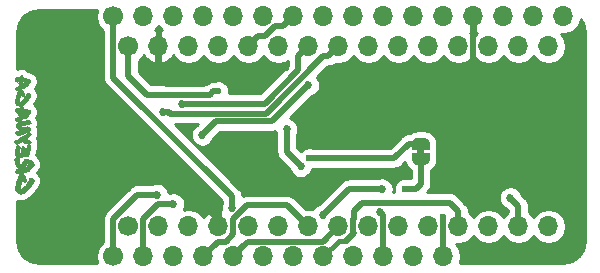
<source format=gbr>
G04 #@! TF.GenerationSoftware,KiCad,Pcbnew,5.1.5-52549c5~84~ubuntu18.04.1*
G04 #@! TF.CreationDate,2020-02-08T18:13:24-07:00*
G04 #@! TF.ProjectId,FeatherWing_KC5,46656174-6865-4725-9769-6e675f4b4335,rev?*
G04 #@! TF.SameCoordinates,Original*
G04 #@! TF.FileFunction,Copper,L2,Bot*
G04 #@! TF.FilePolarity,Positive*
%FSLAX46Y46*%
G04 Gerber Fmt 4.6, Leading zero omitted, Abs format (unit mm)*
G04 Created by KiCad (PCBNEW 5.1.5-52549c5~84~ubuntu18.04.1) date 2020-02-08 18:13:24*
%MOMM*%
%LPD*%
G04 APERTURE LIST*
%ADD10C,0.100000*%
%ADD11C,0.010000*%
%ADD12C,1.700000*%
%ADD13O,1.700000X1.700000*%
%ADD14C,0.600000*%
%ADD15C,0.685800*%
%ADD16C,0.500000*%
%ADD17C,0.400000*%
%ADD18C,0.254000*%
G04 APERTURE END LIST*
D10*
G36*
X148290000Y-92945000D02*
G01*
X148290000Y-92445000D01*
X148890000Y-92445000D01*
X148890000Y-92945000D01*
X148290000Y-92945000D01*
G37*
D11*
G36*
X115775029Y-93714146D02*
G01*
X115721913Y-93630808D01*
X115642364Y-93548142D01*
X115543729Y-93471504D01*
X115433355Y-93406250D01*
X115318588Y-93357737D01*
X115206774Y-93331324D01*
X115157047Y-93328066D01*
X115092198Y-93330885D01*
X115046084Y-93344434D01*
X115001859Y-93376356D01*
X114958730Y-93418025D01*
X114907638Y-93477014D01*
X114865318Y-93545712D01*
X114825010Y-93636311D01*
X114798988Y-93706235D01*
X114766429Y-93795748D01*
X114743671Y-93850721D01*
X114727161Y-93876790D01*
X114713345Y-93879587D01*
X114698850Y-93864985D01*
X114639595Y-93767500D01*
X114593396Y-93647356D01*
X114556707Y-93495199D01*
X114554690Y-93484631D01*
X114536758Y-93396166D01*
X114519169Y-93320703D01*
X114504785Y-93270132D01*
X114500439Y-93259275D01*
X114493783Y-93234916D01*
X114513004Y-93224360D01*
X114559684Y-93222233D01*
X114624810Y-93211230D01*
X114715407Y-93180451D01*
X114812613Y-93137566D01*
X114908182Y-93092655D01*
X114974025Y-93065962D01*
X115017648Y-93055562D01*
X115046558Y-93059528D01*
X115065176Y-93072761D01*
X115096460Y-93086732D01*
X115154247Y-93100561D01*
X115194316Y-93106960D01*
X115260105Y-93113556D01*
X115298347Y-93108817D01*
X115323105Y-93089189D01*
X115335770Y-93071224D01*
X115358609Y-93020912D01*
X115385622Y-92937852D01*
X115414582Y-92831141D01*
X115443263Y-92709878D01*
X115469439Y-92583162D01*
X115490883Y-92460091D01*
X115498883Y-92404669D01*
X115510439Y-92313201D01*
X115515199Y-92253702D01*
X115512353Y-92216236D01*
X115501094Y-92190863D01*
X115480613Y-92167648D01*
X115479512Y-92166544D01*
X115447280Y-92127872D01*
X115434534Y-92100400D01*
X115416176Y-92085398D01*
X115372570Y-92079233D01*
X115305688Y-92099246D01*
X115252475Y-92158949D01*
X115213303Y-92257844D01*
X115201690Y-92308061D01*
X115182297Y-92396220D01*
X115159496Y-92485346D01*
X115148301Y-92523733D01*
X115127289Y-92595492D01*
X115110472Y-92660548D01*
X115106809Y-92677191D01*
X115086518Y-92722065D01*
X115060794Y-92735400D01*
X115043501Y-92730211D01*
X115035050Y-92708962D01*
X115034330Y-92663127D01*
X115040233Y-92584180D01*
X115040591Y-92580205D01*
X115054655Y-92425010D01*
X114981432Y-92347372D01*
X114932850Y-92302339D01*
X114890860Y-92274323D01*
X114875467Y-92269733D01*
X114848225Y-92286869D01*
X114810848Y-92331336D01*
X114778994Y-92380858D01*
X114745131Y-92445530D01*
X114725796Y-92502810D01*
X114717078Y-92569558D01*
X114715066Y-92656336D01*
X114714256Y-92739316D01*
X114709611Y-92791016D01*
X114697434Y-92822489D01*
X114674028Y-92844787D01*
X114646075Y-92862632D01*
X114597577Y-92889888D01*
X114564915Y-92904081D01*
X114561409Y-92904654D01*
X114550533Y-92885202D01*
X114546060Y-92832207D01*
X114547670Y-92753920D01*
X114555040Y-92658594D01*
X114567849Y-92554481D01*
X114577384Y-92494804D01*
X114609234Y-92312162D01*
X114531733Y-92239062D01*
X114477818Y-92194604D01*
X114435391Y-92181999D01*
X114392351Y-92202165D01*
X114338748Y-92253716D01*
X114303144Y-92313837D01*
X114271298Y-92411888D01*
X114244242Y-92543556D01*
X114223009Y-92704525D01*
X114217820Y-92759131D01*
X114214899Y-92916069D01*
X114236570Y-93039085D01*
X114282980Y-93128820D01*
X114308646Y-93155662D01*
X114343857Y-93187919D01*
X114348176Y-93199253D01*
X114323199Y-93195881D01*
X114318735Y-93194880D01*
X114261831Y-93203223D01*
X114218193Y-93233982D01*
X114177454Y-93300522D01*
X114165523Y-93397635D01*
X114182393Y-93524882D01*
X114226485Y-93677316D01*
X114296853Y-93859428D01*
X114369508Y-94007994D01*
X114439700Y-94114780D01*
X114439700Y-93222233D01*
X114422278Y-93214489D01*
X114425589Y-93208122D01*
X114450709Y-93205589D01*
X114453812Y-93208122D01*
X114450906Y-93220706D01*
X114439700Y-93222233D01*
X114439700Y-94114780D01*
X114442401Y-94118890D01*
X114450993Y-94129382D01*
X114484998Y-94171440D01*
X114492812Y-94190524D01*
X114475923Y-94195697D01*
X114461906Y-94195900D01*
X114414982Y-94205338D01*
X114353251Y-94228869D01*
X114334812Y-94237751D01*
X114267115Y-94289810D01*
X114234496Y-94354813D01*
X114239700Y-94425045D01*
X114256303Y-94458142D01*
X114305383Y-94500659D01*
X114382317Y-94532447D01*
X114473171Y-94549544D01*
X114564008Y-94547986D01*
X114569403Y-94547173D01*
X114656980Y-94533169D01*
X114591069Y-94608237D01*
X114550821Y-94656705D01*
X114518130Y-94704479D01*
X114489644Y-94759356D01*
X114462014Y-94829135D01*
X114431888Y-94921615D01*
X114395914Y-95044595D01*
X114381246Y-95096557D01*
X114316998Y-95342542D01*
X114271998Y-95554004D01*
X114246329Y-95730285D01*
X114240069Y-95870729D01*
X114253300Y-95974677D01*
X114269006Y-96016233D01*
X114348048Y-96123441D01*
X114457048Y-96204296D01*
X114590738Y-96255926D01*
X114743850Y-96275456D01*
X114744255Y-96275462D01*
X114849460Y-96258214D01*
X114967380Y-96206064D01*
X115093596Y-96122826D01*
X115223693Y-96012310D01*
X115353252Y-95878329D01*
X115477856Y-95724693D01*
X115593089Y-95555214D01*
X115608849Y-95529400D01*
X115659790Y-95446117D01*
X115706896Y-95371518D01*
X115743186Y-95316552D01*
X115755740Y-95299004D01*
X115780916Y-95252107D01*
X115793308Y-95201877D01*
X115791108Y-95162594D01*
X115774786Y-95148400D01*
X115753995Y-95131429D01*
X115723131Y-95088268D01*
X115705759Y-95058762D01*
X115668388Y-95000878D01*
X115629262Y-94970563D01*
X115572459Y-94955495D01*
X115572289Y-94955467D01*
X115513311Y-94948744D01*
X115471529Y-94949063D01*
X115465747Y-94950452D01*
X115446696Y-94972280D01*
X115415343Y-95023028D01*
X115377333Y-95093277D01*
X115362608Y-95122538D01*
X115310492Y-95221912D01*
X115249820Y-95328399D01*
X115193299Y-95419735D01*
X115190769Y-95423566D01*
X115125019Y-95511062D01*
X115036901Y-95612406D01*
X114937236Y-95716468D01*
X114836847Y-95812120D01*
X114746553Y-95888232D01*
X114720071Y-95907685D01*
X114674741Y-95936531D01*
X114651208Y-95940731D01*
X114638337Y-95922238D01*
X114638259Y-95922037D01*
X114631552Y-95872500D01*
X114634177Y-95790326D01*
X114645250Y-95683962D01*
X114663889Y-95561854D01*
X114683117Y-95463591D01*
X114683117Y-94534566D01*
X114672534Y-94523983D01*
X114683117Y-94513400D01*
X114693700Y-94523983D01*
X114683117Y-94534566D01*
X114683117Y-95463591D01*
X114689211Y-95432448D01*
X114689625Y-95430550D01*
X114714191Y-95320692D01*
X114733812Y-95246976D01*
X114752382Y-95204142D01*
X114773791Y-95186929D01*
X114801933Y-95190080D01*
X114840701Y-95208334D01*
X114850296Y-95213454D01*
X114906350Y-95237975D01*
X114949917Y-95247476D01*
X114959334Y-95246176D01*
X114988902Y-95249895D01*
X114995227Y-95259230D01*
X115016117Y-95275272D01*
X115052231Y-95258910D01*
X115097343Y-95214239D01*
X115129024Y-95171237D01*
X115185331Y-95086152D01*
X115103557Y-94925339D01*
X115047467Y-94827264D01*
X114978253Y-94723252D01*
X114910668Y-94635439D01*
X114909151Y-94633671D01*
X114854407Y-94567965D01*
X114825843Y-94527017D01*
X114820337Y-94505034D01*
X114834767Y-94496222D01*
X114835068Y-94496169D01*
X114892180Y-94485185D01*
X114971526Y-94468459D01*
X115063510Y-94448194D01*
X115101602Y-94439535D01*
X115101602Y-94024279D01*
X115080291Y-94020855D01*
X115081233Y-93984896D01*
X115102390Y-93914068D01*
X115129183Y-93839669D01*
X115164364Y-93755805D01*
X115196410Y-93710947D01*
X115230915Y-93702678D01*
X115273474Y-93728578D01*
X115307935Y-93762410D01*
X115333774Y-93794443D01*
X115339791Y-93822241D01*
X115322204Y-93853491D01*
X115277228Y-93895879D01*
X115219119Y-93942868D01*
X115147199Y-93997505D01*
X115101602Y-94024279D01*
X115101602Y-94439535D01*
X115158540Y-94426591D01*
X115247021Y-94405851D01*
X115319360Y-94388175D01*
X115365962Y-94375765D01*
X115377803Y-94371633D01*
X115388352Y-94344727D01*
X115387349Y-94299443D01*
X115385716Y-94265024D01*
X115395613Y-94233852D01*
X115422428Y-94199556D01*
X115471551Y-94155766D01*
X115548369Y-94096110D01*
X115578343Y-94073627D01*
X115681571Y-93985809D01*
X115753282Y-93901353D01*
X115790089Y-93824666D01*
X115794367Y-93792797D01*
X115775029Y-93714146D01*
G37*
X115775029Y-93714146D02*
X115721913Y-93630808D01*
X115642364Y-93548142D01*
X115543729Y-93471504D01*
X115433355Y-93406250D01*
X115318588Y-93357737D01*
X115206774Y-93331324D01*
X115157047Y-93328066D01*
X115092198Y-93330885D01*
X115046084Y-93344434D01*
X115001859Y-93376356D01*
X114958730Y-93418025D01*
X114907638Y-93477014D01*
X114865318Y-93545712D01*
X114825010Y-93636311D01*
X114798988Y-93706235D01*
X114766429Y-93795748D01*
X114743671Y-93850721D01*
X114727161Y-93876790D01*
X114713345Y-93879587D01*
X114698850Y-93864985D01*
X114639595Y-93767500D01*
X114593396Y-93647356D01*
X114556707Y-93495199D01*
X114554690Y-93484631D01*
X114536758Y-93396166D01*
X114519169Y-93320703D01*
X114504785Y-93270132D01*
X114500439Y-93259275D01*
X114493783Y-93234916D01*
X114513004Y-93224360D01*
X114559684Y-93222233D01*
X114624810Y-93211230D01*
X114715407Y-93180451D01*
X114812613Y-93137566D01*
X114908182Y-93092655D01*
X114974025Y-93065962D01*
X115017648Y-93055562D01*
X115046558Y-93059528D01*
X115065176Y-93072761D01*
X115096460Y-93086732D01*
X115154247Y-93100561D01*
X115194316Y-93106960D01*
X115260105Y-93113556D01*
X115298347Y-93108817D01*
X115323105Y-93089189D01*
X115335770Y-93071224D01*
X115358609Y-93020912D01*
X115385622Y-92937852D01*
X115414582Y-92831141D01*
X115443263Y-92709878D01*
X115469439Y-92583162D01*
X115490883Y-92460091D01*
X115498883Y-92404669D01*
X115510439Y-92313201D01*
X115515199Y-92253702D01*
X115512353Y-92216236D01*
X115501094Y-92190863D01*
X115480613Y-92167648D01*
X115479512Y-92166544D01*
X115447280Y-92127872D01*
X115434534Y-92100400D01*
X115416176Y-92085398D01*
X115372570Y-92079233D01*
X115305688Y-92099246D01*
X115252475Y-92158949D01*
X115213303Y-92257844D01*
X115201690Y-92308061D01*
X115182297Y-92396220D01*
X115159496Y-92485346D01*
X115148301Y-92523733D01*
X115127289Y-92595492D01*
X115110472Y-92660548D01*
X115106809Y-92677191D01*
X115086518Y-92722065D01*
X115060794Y-92735400D01*
X115043501Y-92730211D01*
X115035050Y-92708962D01*
X115034330Y-92663127D01*
X115040233Y-92584180D01*
X115040591Y-92580205D01*
X115054655Y-92425010D01*
X114981432Y-92347372D01*
X114932850Y-92302339D01*
X114890860Y-92274323D01*
X114875467Y-92269733D01*
X114848225Y-92286869D01*
X114810848Y-92331336D01*
X114778994Y-92380858D01*
X114745131Y-92445530D01*
X114725796Y-92502810D01*
X114717078Y-92569558D01*
X114715066Y-92656336D01*
X114714256Y-92739316D01*
X114709611Y-92791016D01*
X114697434Y-92822489D01*
X114674028Y-92844787D01*
X114646075Y-92862632D01*
X114597577Y-92889888D01*
X114564915Y-92904081D01*
X114561409Y-92904654D01*
X114550533Y-92885202D01*
X114546060Y-92832207D01*
X114547670Y-92753920D01*
X114555040Y-92658594D01*
X114567849Y-92554481D01*
X114577384Y-92494804D01*
X114609234Y-92312162D01*
X114531733Y-92239062D01*
X114477818Y-92194604D01*
X114435391Y-92181999D01*
X114392351Y-92202165D01*
X114338748Y-92253716D01*
X114303144Y-92313837D01*
X114271298Y-92411888D01*
X114244242Y-92543556D01*
X114223009Y-92704525D01*
X114217820Y-92759131D01*
X114214899Y-92916069D01*
X114236570Y-93039085D01*
X114282980Y-93128820D01*
X114308646Y-93155662D01*
X114343857Y-93187919D01*
X114348176Y-93199253D01*
X114323199Y-93195881D01*
X114318735Y-93194880D01*
X114261831Y-93203223D01*
X114218193Y-93233982D01*
X114177454Y-93300522D01*
X114165523Y-93397635D01*
X114182393Y-93524882D01*
X114226485Y-93677316D01*
X114296853Y-93859428D01*
X114369508Y-94007994D01*
X114439700Y-94114780D01*
X114439700Y-93222233D01*
X114422278Y-93214489D01*
X114425589Y-93208122D01*
X114450709Y-93205589D01*
X114453812Y-93208122D01*
X114450906Y-93220706D01*
X114439700Y-93222233D01*
X114439700Y-94114780D01*
X114442401Y-94118890D01*
X114450993Y-94129382D01*
X114484998Y-94171440D01*
X114492812Y-94190524D01*
X114475923Y-94195697D01*
X114461906Y-94195900D01*
X114414982Y-94205338D01*
X114353251Y-94228869D01*
X114334812Y-94237751D01*
X114267115Y-94289810D01*
X114234496Y-94354813D01*
X114239700Y-94425045D01*
X114256303Y-94458142D01*
X114305383Y-94500659D01*
X114382317Y-94532447D01*
X114473171Y-94549544D01*
X114564008Y-94547986D01*
X114569403Y-94547173D01*
X114656980Y-94533169D01*
X114591069Y-94608237D01*
X114550821Y-94656705D01*
X114518130Y-94704479D01*
X114489644Y-94759356D01*
X114462014Y-94829135D01*
X114431888Y-94921615D01*
X114395914Y-95044595D01*
X114381246Y-95096557D01*
X114316998Y-95342542D01*
X114271998Y-95554004D01*
X114246329Y-95730285D01*
X114240069Y-95870729D01*
X114253300Y-95974677D01*
X114269006Y-96016233D01*
X114348048Y-96123441D01*
X114457048Y-96204296D01*
X114590738Y-96255926D01*
X114743850Y-96275456D01*
X114744255Y-96275462D01*
X114849460Y-96258214D01*
X114967380Y-96206064D01*
X115093596Y-96122826D01*
X115223693Y-96012310D01*
X115353252Y-95878329D01*
X115477856Y-95724693D01*
X115593089Y-95555214D01*
X115608849Y-95529400D01*
X115659790Y-95446117D01*
X115706896Y-95371518D01*
X115743186Y-95316552D01*
X115755740Y-95299004D01*
X115780916Y-95252107D01*
X115793308Y-95201877D01*
X115791108Y-95162594D01*
X115774786Y-95148400D01*
X115753995Y-95131429D01*
X115723131Y-95088268D01*
X115705759Y-95058762D01*
X115668388Y-95000878D01*
X115629262Y-94970563D01*
X115572459Y-94955495D01*
X115572289Y-94955467D01*
X115513311Y-94948744D01*
X115471529Y-94949063D01*
X115465747Y-94950452D01*
X115446696Y-94972280D01*
X115415343Y-95023028D01*
X115377333Y-95093277D01*
X115362608Y-95122538D01*
X115310492Y-95221912D01*
X115249820Y-95328399D01*
X115193299Y-95419735D01*
X115190769Y-95423566D01*
X115125019Y-95511062D01*
X115036901Y-95612406D01*
X114937236Y-95716468D01*
X114836847Y-95812120D01*
X114746553Y-95888232D01*
X114720071Y-95907685D01*
X114674741Y-95936531D01*
X114651208Y-95940731D01*
X114638337Y-95922238D01*
X114638259Y-95922037D01*
X114631552Y-95872500D01*
X114634177Y-95790326D01*
X114645250Y-95683962D01*
X114663889Y-95561854D01*
X114683117Y-95463591D01*
X114683117Y-94534566D01*
X114672534Y-94523983D01*
X114683117Y-94513400D01*
X114693700Y-94523983D01*
X114683117Y-94534566D01*
X114683117Y-95463591D01*
X114689211Y-95432448D01*
X114689625Y-95430550D01*
X114714191Y-95320692D01*
X114733812Y-95246976D01*
X114752382Y-95204142D01*
X114773791Y-95186929D01*
X114801933Y-95190080D01*
X114840701Y-95208334D01*
X114850296Y-95213454D01*
X114906350Y-95237975D01*
X114949917Y-95247476D01*
X114959334Y-95246176D01*
X114988902Y-95249895D01*
X114995227Y-95259230D01*
X115016117Y-95275272D01*
X115052231Y-95258910D01*
X115097343Y-95214239D01*
X115129024Y-95171237D01*
X115185331Y-95086152D01*
X115103557Y-94925339D01*
X115047467Y-94827264D01*
X114978253Y-94723252D01*
X114910668Y-94635439D01*
X114909151Y-94633671D01*
X114854407Y-94567965D01*
X114825843Y-94527017D01*
X114820337Y-94505034D01*
X114834767Y-94496222D01*
X114835068Y-94496169D01*
X114892180Y-94485185D01*
X114971526Y-94468459D01*
X115063510Y-94448194D01*
X115101602Y-94439535D01*
X115101602Y-94024279D01*
X115080291Y-94020855D01*
X115081233Y-93984896D01*
X115102390Y-93914068D01*
X115129183Y-93839669D01*
X115164364Y-93755805D01*
X115196410Y-93710947D01*
X115230915Y-93702678D01*
X115273474Y-93728578D01*
X115307935Y-93762410D01*
X115333774Y-93794443D01*
X115339791Y-93822241D01*
X115322204Y-93853491D01*
X115277228Y-93895879D01*
X115219119Y-93942868D01*
X115147199Y-93997505D01*
X115101602Y-94024279D01*
X115101602Y-94439535D01*
X115158540Y-94426591D01*
X115247021Y-94405851D01*
X115319360Y-94388175D01*
X115365962Y-94375765D01*
X115377803Y-94371633D01*
X115388352Y-94344727D01*
X115387349Y-94299443D01*
X115385716Y-94265024D01*
X115395613Y-94233852D01*
X115422428Y-94199556D01*
X115471551Y-94155766D01*
X115548369Y-94096110D01*
X115578343Y-94073627D01*
X115681571Y-93985809D01*
X115753282Y-93901353D01*
X115790089Y-93824666D01*
X115794367Y-93792797D01*
X115775029Y-93714146D01*
G36*
X115526790Y-91192927D02*
G01*
X115492264Y-91142111D01*
X115468750Y-91114414D01*
X115423513Y-91071281D01*
X115382044Y-91051022D01*
X115337436Y-91055506D01*
X115282780Y-91086601D01*
X115211170Y-91146176D01*
X115153794Y-91199596D01*
X115046272Y-91289948D01*
X114900847Y-91392970D01*
X114719570Y-91507339D01*
X114504492Y-91631733D01*
X114365617Y-91707659D01*
X114260432Y-91769068D01*
X114193587Y-91819673D01*
X114166026Y-91858728D01*
X114165362Y-91866320D01*
X114173601Y-91892049D01*
X114192480Y-91938472D01*
X114194081Y-91942163D01*
X114238461Y-92001378D01*
X114304123Y-92044110D01*
X114364465Y-92058066D01*
X114394309Y-92048833D01*
X114452298Y-92023899D01*
X114529186Y-91987417D01*
X114591010Y-91956353D01*
X114788950Y-91854640D01*
X114858516Y-91901848D01*
X114916905Y-91933331D01*
X114995623Y-91960520D01*
X115101144Y-91985101D01*
X115239941Y-92008761D01*
X115305383Y-92018227D01*
X115387277Y-92028509D01*
X115438806Y-92030554D01*
X115471330Y-92023283D01*
X115496207Y-92005614D01*
X115502527Y-91999481D01*
X115525470Y-91973686D01*
X115531487Y-91949420D01*
X115519924Y-91912802D01*
X115496035Y-91862117D01*
X115463394Y-91803170D01*
X115426904Y-91762571D01*
X115376357Y-91734003D01*
X115301549Y-91711152D01*
X115224771Y-91694248D01*
X115089092Y-91666483D01*
X115195690Y-91591941D01*
X115319049Y-91499247D01*
X115418821Y-91411090D01*
X115491166Y-91331512D01*
X115532246Y-91264555D01*
X115540367Y-91229035D01*
X115526790Y-91192927D01*
G37*
X115526790Y-91192927D02*
X115492264Y-91142111D01*
X115468750Y-91114414D01*
X115423513Y-91071281D01*
X115382044Y-91051022D01*
X115337436Y-91055506D01*
X115282780Y-91086601D01*
X115211170Y-91146176D01*
X115153794Y-91199596D01*
X115046272Y-91289948D01*
X114900847Y-91392970D01*
X114719570Y-91507339D01*
X114504492Y-91631733D01*
X114365617Y-91707659D01*
X114260432Y-91769068D01*
X114193587Y-91819673D01*
X114166026Y-91858728D01*
X114165362Y-91866320D01*
X114173601Y-91892049D01*
X114192480Y-91938472D01*
X114194081Y-91942163D01*
X114238461Y-92001378D01*
X114304123Y-92044110D01*
X114364465Y-92058066D01*
X114394309Y-92048833D01*
X114452298Y-92023899D01*
X114529186Y-91987417D01*
X114591010Y-91956353D01*
X114788950Y-91854640D01*
X114858516Y-91901848D01*
X114916905Y-91933331D01*
X114995623Y-91960520D01*
X115101144Y-91985101D01*
X115239941Y-92008761D01*
X115305383Y-92018227D01*
X115387277Y-92028509D01*
X115438806Y-92030554D01*
X115471330Y-92023283D01*
X115496207Y-92005614D01*
X115502527Y-91999481D01*
X115525470Y-91973686D01*
X115531487Y-91949420D01*
X115519924Y-91912802D01*
X115496035Y-91862117D01*
X115463394Y-91803170D01*
X115426904Y-91762571D01*
X115376357Y-91734003D01*
X115301549Y-91711152D01*
X115224771Y-91694248D01*
X115089092Y-91666483D01*
X115195690Y-91591941D01*
X115319049Y-91499247D01*
X115418821Y-91411090D01*
X115491166Y-91331512D01*
X115532246Y-91264555D01*
X115540367Y-91229035D01*
X115526790Y-91192927D01*
G36*
X115507063Y-87924240D02*
G01*
X115476852Y-87870053D01*
X115437867Y-87816136D01*
X115399409Y-87775477D01*
X115372566Y-87760944D01*
X115324702Y-87755288D01*
X115294094Y-87748529D01*
X115271672Y-87747519D01*
X115249156Y-87761290D01*
X115221763Y-87795750D01*
X115184711Y-87856809D01*
X115138208Y-87941136D01*
X115001767Y-88163940D01*
X114853671Y-88348304D01*
X114697510Y-88492488D01*
X114577284Y-88587035D01*
X114566700Y-88465176D01*
X114563018Y-88397660D01*
X114564439Y-88349045D01*
X114568872Y-88332733D01*
X114578771Y-88307294D01*
X114589938Y-88254061D01*
X114595669Y-88216316D01*
X114610220Y-88131058D01*
X114629717Y-88045237D01*
X114636426Y-88021130D01*
X114663141Y-87931776D01*
X114723174Y-87962921D01*
X114773844Y-87984980D01*
X114810773Y-87994066D01*
X114841702Y-88009630D01*
X114846407Y-88018268D01*
X114866695Y-88031909D01*
X114901453Y-88016581D01*
X114941744Y-87978590D01*
X114978032Y-87925366D01*
X115016601Y-87853747D01*
X114929465Y-87694980D01*
X114882363Y-87614669D01*
X114835203Y-87543366D01*
X114796553Y-87493818D01*
X114789181Y-87486283D01*
X114753218Y-87446353D01*
X114736480Y-87415645D01*
X114736321Y-87413585D01*
X114754643Y-87396046D01*
X114799534Y-87369558D01*
X114799534Y-86997805D01*
X114799534Y-86915584D01*
X114802518Y-86853772D01*
X114809868Y-86807260D01*
X114811573Y-86801989D01*
X114833966Y-86784732D01*
X114883623Y-86786170D01*
X114964733Y-86806718D01*
X115011062Y-86821784D01*
X115021333Y-86838598D01*
X114994685Y-86870161D01*
X114930361Y-86917188D01*
X114868325Y-86956182D01*
X114799534Y-86997805D01*
X114799534Y-87369558D01*
X114803784Y-87367050D01*
X114875402Y-87331208D01*
X114930682Y-87306150D01*
X115072067Y-87241772D01*
X115176703Y-87187440D01*
X115248278Y-87140658D01*
X115290476Y-87098931D01*
X115306983Y-87059762D01*
X115307534Y-87050988D01*
X115326146Y-86992918D01*
X115378007Y-86926261D01*
X115457152Y-86858377D01*
X115472250Y-86847685D01*
X115500339Y-86824941D01*
X115510376Y-86799410D01*
X115504625Y-86756818D01*
X115493544Y-86713413D01*
X115464583Y-86636531D01*
X115421022Y-86587730D01*
X115352693Y-86558804D01*
X115286367Y-86546226D01*
X115215745Y-86534550D01*
X115124369Y-86517249D01*
X115037659Y-86499269D01*
X114955879Y-86479348D01*
X114908336Y-86461392D01*
X114887309Y-86441758D01*
X114884200Y-86426818D01*
X114873448Y-86381230D01*
X114846939Y-86325906D01*
X114813298Y-86274902D01*
X114781148Y-86242272D01*
X114767886Y-86237233D01*
X114738420Y-86252048D01*
X114695741Y-86289487D01*
X114675621Y-86311034D01*
X114631764Y-86356301D01*
X114594441Y-86375339D01*
X114544640Y-86375678D01*
X114519970Y-86372669D01*
X114421649Y-86379683D01*
X114332399Y-86425252D01*
X114258521Y-86505690D01*
X114240080Y-86536470D01*
X114214915Y-86591043D01*
X114211873Y-86632863D01*
X114227230Y-86679794D01*
X114253513Y-86723907D01*
X114279754Y-86737820D01*
X114281987Y-86737181D01*
X114314729Y-86743456D01*
X114345742Y-86767827D01*
X114384630Y-86802326D01*
X114412894Y-86799571D01*
X114440577Y-86757795D01*
X114444122Y-86750525D01*
X114474874Y-86706669D01*
X114504856Y-86691882D01*
X114524305Y-86706802D01*
X114524914Y-86745233D01*
X114519285Y-86795529D01*
X114515404Y-86869090D01*
X114514331Y-86924400D01*
X114516236Y-86997771D01*
X114525060Y-87040628D01*
X114544267Y-87064646D01*
X114558395Y-87073016D01*
X114585178Y-87095354D01*
X114576526Y-87119589D01*
X114530442Y-87147483D01*
X114444931Y-87180800D01*
X114430950Y-87185575D01*
X114358258Y-87214172D01*
X114296929Y-87245314D01*
X114270375Y-87263809D01*
X114236452Y-87317216D01*
X114229833Y-87380809D01*
X114246951Y-87442040D01*
X114284239Y-87488360D01*
X114338130Y-87507222D01*
X114339576Y-87507233D01*
X114377183Y-87518865D01*
X114386819Y-87528457D01*
X114415040Y-87538153D01*
X114438880Y-87528839D01*
X114462252Y-87518106D01*
X114466585Y-87526347D01*
X114451990Y-87561348D01*
X114439718Y-87586990D01*
X114417349Y-87643342D01*
X114388285Y-87730795D01*
X114355433Y-87839220D01*
X114321698Y-87958485D01*
X114289984Y-88078463D01*
X114263198Y-88189023D01*
X114251158Y-88244390D01*
X114228123Y-88415148D01*
X114235508Y-88556847D01*
X114273845Y-88670407D01*
X114343667Y-88756749D01*
X114445505Y-88816795D01*
X114579893Y-88851465D01*
X114603879Y-88854652D01*
X114709430Y-88867153D01*
X114665520Y-88933318D01*
X114632966Y-88975012D01*
X114598222Y-88992297D01*
X114543160Y-88993010D01*
X114529771Y-88991990D01*
X114455571Y-88993363D01*
X114387257Y-89006191D01*
X114374767Y-89010660D01*
X114302949Y-89057964D01*
X114249985Y-89126297D01*
X114221669Y-89203850D01*
X114223798Y-89278815D01*
X114232236Y-89301108D01*
X114263177Y-89337685D01*
X114291488Y-89348733D01*
X114332088Y-89363488D01*
X114365165Y-89390567D01*
X114404599Y-89419720D01*
X114431062Y-89410277D01*
X114439700Y-89369395D01*
X114453332Y-89334721D01*
X114484034Y-89305064D01*
X114516518Y-89292618D01*
X114529699Y-89297621D01*
X114532407Y-89323297D01*
X114525382Y-89373148D01*
X114522404Y-89386835D01*
X114504138Y-89503344D01*
X114507065Y-89598438D01*
X114530626Y-89665606D01*
X114548074Y-89685200D01*
X114592947Y-89721536D01*
X114539455Y-89756585D01*
X114485070Y-89783716D01*
X114413628Y-89809252D01*
X114389692Y-89815875D01*
X114302481Y-89853221D01*
X114248394Y-89910855D01*
X114230933Y-89984687D01*
X114232037Y-90000146D01*
X114255437Y-90052453D01*
X114304109Y-90100556D01*
X114363622Y-90134058D01*
X114419543Y-90142566D01*
X114427392Y-90140855D01*
X114446405Y-90134359D01*
X114476479Y-90122285D01*
X114521547Y-90102863D01*
X114585538Y-90074321D01*
X114672384Y-90034890D01*
X114786015Y-89982799D01*
X114799534Y-89976569D01*
X114799534Y-89605442D01*
X114799534Y-89510087D01*
X114803630Y-89450010D01*
X114813963Y-89409683D01*
X114819615Y-89402321D01*
X114850589Y-89399760D01*
X114906084Y-89407472D01*
X114936851Y-89414374D01*
X114994065Y-89430460D01*
X115016781Y-89444315D01*
X115011947Y-89462332D01*
X115001939Y-89474272D01*
X114963831Y-89506443D01*
X114906661Y-89544696D01*
X114884703Y-89557574D01*
X114799534Y-89605442D01*
X114799534Y-89976569D01*
X114930362Y-89916277D01*
X115099094Y-89838300D01*
X115196451Y-89789846D01*
X115259508Y-89748730D01*
X115294358Y-89709618D01*
X115307092Y-89667175D01*
X115307534Y-89655779D01*
X115326863Y-89605350D01*
X115385016Y-89539262D01*
X115413315Y-89513481D01*
X115519096Y-89420947D01*
X115482106Y-89305465D01*
X115459655Y-89240088D01*
X115437854Y-89203736D01*
X115404633Y-89185059D01*
X115347920Y-89172704D01*
X115339284Y-89171165D01*
X115191367Y-89144401D01*
X115079999Y-89122752D01*
X114999936Y-89104598D01*
X114945932Y-89088317D01*
X114912744Y-89072289D01*
X114895126Y-89054892D01*
X114887834Y-89034506D01*
X114887363Y-89031493D01*
X114869521Y-88975945D01*
X114839738Y-88922410D01*
X114809360Y-88873502D01*
X114805741Y-88838823D01*
X114832670Y-88807402D01*
X114892729Y-88768973D01*
X114948543Y-88728819D01*
X115020111Y-88666930D01*
X115095702Y-88593764D01*
X115130854Y-88556746D01*
X115192339Y-88484554D01*
X115259925Y-88396509D01*
X115328655Y-88300155D01*
X115393573Y-88203034D01*
X115449722Y-88112693D01*
X115492144Y-88036673D01*
X115515884Y-87982520D01*
X115519200Y-87965709D01*
X115507063Y-87924240D01*
G37*
X115507063Y-87924240D02*
X115476852Y-87870053D01*
X115437867Y-87816136D01*
X115399409Y-87775477D01*
X115372566Y-87760944D01*
X115324702Y-87755288D01*
X115294094Y-87748529D01*
X115271672Y-87747519D01*
X115249156Y-87761290D01*
X115221763Y-87795750D01*
X115184711Y-87856809D01*
X115138208Y-87941136D01*
X115001767Y-88163940D01*
X114853671Y-88348304D01*
X114697510Y-88492488D01*
X114577284Y-88587035D01*
X114566700Y-88465176D01*
X114563018Y-88397660D01*
X114564439Y-88349045D01*
X114568872Y-88332733D01*
X114578771Y-88307294D01*
X114589938Y-88254061D01*
X114595669Y-88216316D01*
X114610220Y-88131058D01*
X114629717Y-88045237D01*
X114636426Y-88021130D01*
X114663141Y-87931776D01*
X114723174Y-87962921D01*
X114773844Y-87984980D01*
X114810773Y-87994066D01*
X114841702Y-88009630D01*
X114846407Y-88018268D01*
X114866695Y-88031909D01*
X114901453Y-88016581D01*
X114941744Y-87978590D01*
X114978032Y-87925366D01*
X115016601Y-87853747D01*
X114929465Y-87694980D01*
X114882363Y-87614669D01*
X114835203Y-87543366D01*
X114796553Y-87493818D01*
X114789181Y-87486283D01*
X114753218Y-87446353D01*
X114736480Y-87415645D01*
X114736321Y-87413585D01*
X114754643Y-87396046D01*
X114799534Y-87369558D01*
X114799534Y-86997805D01*
X114799534Y-86915584D01*
X114802518Y-86853772D01*
X114809868Y-86807260D01*
X114811573Y-86801989D01*
X114833966Y-86784732D01*
X114883623Y-86786170D01*
X114964733Y-86806718D01*
X115011062Y-86821784D01*
X115021333Y-86838598D01*
X114994685Y-86870161D01*
X114930361Y-86917188D01*
X114868325Y-86956182D01*
X114799534Y-86997805D01*
X114799534Y-87369558D01*
X114803784Y-87367050D01*
X114875402Y-87331208D01*
X114930682Y-87306150D01*
X115072067Y-87241772D01*
X115176703Y-87187440D01*
X115248278Y-87140658D01*
X115290476Y-87098931D01*
X115306983Y-87059762D01*
X115307534Y-87050988D01*
X115326146Y-86992918D01*
X115378007Y-86926261D01*
X115457152Y-86858377D01*
X115472250Y-86847685D01*
X115500339Y-86824941D01*
X115510376Y-86799410D01*
X115504625Y-86756818D01*
X115493544Y-86713413D01*
X115464583Y-86636531D01*
X115421022Y-86587730D01*
X115352693Y-86558804D01*
X115286367Y-86546226D01*
X115215745Y-86534550D01*
X115124369Y-86517249D01*
X115037659Y-86499269D01*
X114955879Y-86479348D01*
X114908336Y-86461392D01*
X114887309Y-86441758D01*
X114884200Y-86426818D01*
X114873448Y-86381230D01*
X114846939Y-86325906D01*
X114813298Y-86274902D01*
X114781148Y-86242272D01*
X114767886Y-86237233D01*
X114738420Y-86252048D01*
X114695741Y-86289487D01*
X114675621Y-86311034D01*
X114631764Y-86356301D01*
X114594441Y-86375339D01*
X114544640Y-86375678D01*
X114519970Y-86372669D01*
X114421649Y-86379683D01*
X114332399Y-86425252D01*
X114258521Y-86505690D01*
X114240080Y-86536470D01*
X114214915Y-86591043D01*
X114211873Y-86632863D01*
X114227230Y-86679794D01*
X114253513Y-86723907D01*
X114279754Y-86737820D01*
X114281987Y-86737181D01*
X114314729Y-86743456D01*
X114345742Y-86767827D01*
X114384630Y-86802326D01*
X114412894Y-86799571D01*
X114440577Y-86757795D01*
X114444122Y-86750525D01*
X114474874Y-86706669D01*
X114504856Y-86691882D01*
X114524305Y-86706802D01*
X114524914Y-86745233D01*
X114519285Y-86795529D01*
X114515404Y-86869090D01*
X114514331Y-86924400D01*
X114516236Y-86997771D01*
X114525060Y-87040628D01*
X114544267Y-87064646D01*
X114558395Y-87073016D01*
X114585178Y-87095354D01*
X114576526Y-87119589D01*
X114530442Y-87147483D01*
X114444931Y-87180800D01*
X114430950Y-87185575D01*
X114358258Y-87214172D01*
X114296929Y-87245314D01*
X114270375Y-87263809D01*
X114236452Y-87317216D01*
X114229833Y-87380809D01*
X114246951Y-87442040D01*
X114284239Y-87488360D01*
X114338130Y-87507222D01*
X114339576Y-87507233D01*
X114377183Y-87518865D01*
X114386819Y-87528457D01*
X114415040Y-87538153D01*
X114438880Y-87528839D01*
X114462252Y-87518106D01*
X114466585Y-87526347D01*
X114451990Y-87561348D01*
X114439718Y-87586990D01*
X114417349Y-87643342D01*
X114388285Y-87730795D01*
X114355433Y-87839220D01*
X114321698Y-87958485D01*
X114289984Y-88078463D01*
X114263198Y-88189023D01*
X114251158Y-88244390D01*
X114228123Y-88415148D01*
X114235508Y-88556847D01*
X114273845Y-88670407D01*
X114343667Y-88756749D01*
X114445505Y-88816795D01*
X114579893Y-88851465D01*
X114603879Y-88854652D01*
X114709430Y-88867153D01*
X114665520Y-88933318D01*
X114632966Y-88975012D01*
X114598222Y-88992297D01*
X114543160Y-88993010D01*
X114529771Y-88991990D01*
X114455571Y-88993363D01*
X114387257Y-89006191D01*
X114374767Y-89010660D01*
X114302949Y-89057964D01*
X114249985Y-89126297D01*
X114221669Y-89203850D01*
X114223798Y-89278815D01*
X114232236Y-89301108D01*
X114263177Y-89337685D01*
X114291488Y-89348733D01*
X114332088Y-89363488D01*
X114365165Y-89390567D01*
X114404599Y-89419720D01*
X114431062Y-89410277D01*
X114439700Y-89369395D01*
X114453332Y-89334721D01*
X114484034Y-89305064D01*
X114516518Y-89292618D01*
X114529699Y-89297621D01*
X114532407Y-89323297D01*
X114525382Y-89373148D01*
X114522404Y-89386835D01*
X114504138Y-89503344D01*
X114507065Y-89598438D01*
X114530626Y-89665606D01*
X114548074Y-89685200D01*
X114592947Y-89721536D01*
X114539455Y-89756585D01*
X114485070Y-89783716D01*
X114413628Y-89809252D01*
X114389692Y-89815875D01*
X114302481Y-89853221D01*
X114248394Y-89910855D01*
X114230933Y-89984687D01*
X114232037Y-90000146D01*
X114255437Y-90052453D01*
X114304109Y-90100556D01*
X114363622Y-90134058D01*
X114419543Y-90142566D01*
X114427392Y-90140855D01*
X114446405Y-90134359D01*
X114476479Y-90122285D01*
X114521547Y-90102863D01*
X114585538Y-90074321D01*
X114672384Y-90034890D01*
X114786015Y-89982799D01*
X114799534Y-89976569D01*
X114799534Y-89605442D01*
X114799534Y-89510087D01*
X114803630Y-89450010D01*
X114813963Y-89409683D01*
X114819615Y-89402321D01*
X114850589Y-89399760D01*
X114906084Y-89407472D01*
X114936851Y-89414374D01*
X114994065Y-89430460D01*
X115016781Y-89444315D01*
X115011947Y-89462332D01*
X115001939Y-89474272D01*
X114963831Y-89506443D01*
X114906661Y-89544696D01*
X114884703Y-89557574D01*
X114799534Y-89605442D01*
X114799534Y-89976569D01*
X114930362Y-89916277D01*
X115099094Y-89838300D01*
X115196451Y-89789846D01*
X115259508Y-89748730D01*
X115294358Y-89709618D01*
X115307092Y-89667175D01*
X115307534Y-89655779D01*
X115326863Y-89605350D01*
X115385016Y-89539262D01*
X115413315Y-89513481D01*
X115519096Y-89420947D01*
X115482106Y-89305465D01*
X115459655Y-89240088D01*
X115437854Y-89203736D01*
X115404633Y-89185059D01*
X115347920Y-89172704D01*
X115339284Y-89171165D01*
X115191367Y-89144401D01*
X115079999Y-89122752D01*
X114999936Y-89104598D01*
X114945932Y-89088317D01*
X114912744Y-89072289D01*
X114895126Y-89054892D01*
X114887834Y-89034506D01*
X114887363Y-89031493D01*
X114869521Y-88975945D01*
X114839738Y-88922410D01*
X114809360Y-88873502D01*
X114805741Y-88838823D01*
X114832670Y-88807402D01*
X114892729Y-88768973D01*
X114948543Y-88728819D01*
X115020111Y-88666930D01*
X115095702Y-88593764D01*
X115130854Y-88556746D01*
X115192339Y-88484554D01*
X115259925Y-88396509D01*
X115328655Y-88300155D01*
X115393573Y-88203034D01*
X115449722Y-88112693D01*
X115492144Y-88036673D01*
X115515884Y-87982520D01*
X115519200Y-87965709D01*
X115507063Y-87924240D01*
G36*
X115527334Y-90256572D02*
G01*
X115498706Y-90213163D01*
X115488326Y-90200301D01*
X115453898Y-90154992D01*
X115435494Y-90122215D01*
X115434534Y-90117533D01*
X115418068Y-90095146D01*
X115377795Y-90065272D01*
X115371477Y-90061445D01*
X115320874Y-90038338D01*
X115270782Y-90036632D01*
X115223310Y-90047114D01*
X115170634Y-90064956D01*
X115140754Y-90082171D01*
X115138200Y-90086972D01*
X115118761Y-90097203D01*
X115066763Y-90110233D01*
X114991686Y-90123879D01*
X114952992Y-90129626D01*
X114741532Y-90170265D01*
X114567225Y-90228185D01*
X114430651Y-90303127D01*
X114332386Y-90394830D01*
X114316885Y-90415881D01*
X114277568Y-90490034D01*
X114271027Y-90556822D01*
X114298972Y-90624130D01*
X114363114Y-90699842D01*
X114382607Y-90718744D01*
X114444720Y-90773581D01*
X114501261Y-90816789D01*
X114540351Y-90839322D01*
X114541357Y-90839657D01*
X114577570Y-90856602D01*
X114587704Y-90868868D01*
X114569930Y-90889025D01*
X114525262Y-90917919D01*
X114466221Y-90948846D01*
X114405330Y-90975101D01*
X114365617Y-90987781D01*
X114295897Y-91018854D01*
X114246319Y-91067916D01*
X114228034Y-91122568D01*
X114243105Y-91167919D01*
X114265075Y-91195070D01*
X114328170Y-91239002D01*
X114407398Y-91279025D01*
X114485667Y-91307581D01*
X114541394Y-91317233D01*
X114578092Y-91308162D01*
X114646543Y-91282670D01*
X114740671Y-91243335D01*
X114854400Y-91192740D01*
X114981654Y-91133464D01*
X115039810Y-91105566D01*
X115165718Y-91045059D01*
X115279278Y-90991295D01*
X115374838Y-90946885D01*
X115446744Y-90914440D01*
X115489344Y-90896570D01*
X115498190Y-90893900D01*
X115516928Y-90882096D01*
X115511552Y-90844165D01*
X115481465Y-90776325D01*
X115478927Y-90771348D01*
X115411372Y-90670360D01*
X115332125Y-90609760D01*
X115239487Y-90588799D01*
X115131764Y-90606729D01*
X115117034Y-90611710D01*
X115064727Y-90623781D01*
X114992085Y-90632422D01*
X114909681Y-90637449D01*
X114828088Y-90638681D01*
X114757877Y-90635933D01*
X114709621Y-90629023D01*
X114693700Y-90619033D01*
X114712916Y-90585777D01*
X114764821Y-90547155D01*
X114840799Y-90507081D01*
X114932237Y-90469472D01*
X115030520Y-90438245D01*
X115127034Y-90417315D01*
X115142300Y-90415108D01*
X115214326Y-90401598D01*
X115297765Y-90380074D01*
X115382110Y-90354042D01*
X115456857Y-90327009D01*
X115511501Y-90302483D01*
X115535535Y-90283972D01*
X115535594Y-90283803D01*
X115527334Y-90256572D01*
G37*
X115527334Y-90256572D02*
X115498706Y-90213163D01*
X115488326Y-90200301D01*
X115453898Y-90154992D01*
X115435494Y-90122215D01*
X115434534Y-90117533D01*
X115418068Y-90095146D01*
X115377795Y-90065272D01*
X115371477Y-90061445D01*
X115320874Y-90038338D01*
X115270782Y-90036632D01*
X115223310Y-90047114D01*
X115170634Y-90064956D01*
X115140754Y-90082171D01*
X115138200Y-90086972D01*
X115118761Y-90097203D01*
X115066763Y-90110233D01*
X114991686Y-90123879D01*
X114952992Y-90129626D01*
X114741532Y-90170265D01*
X114567225Y-90228185D01*
X114430651Y-90303127D01*
X114332386Y-90394830D01*
X114316885Y-90415881D01*
X114277568Y-90490034D01*
X114271027Y-90556822D01*
X114298972Y-90624130D01*
X114363114Y-90699842D01*
X114382607Y-90718744D01*
X114444720Y-90773581D01*
X114501261Y-90816789D01*
X114540351Y-90839322D01*
X114541357Y-90839657D01*
X114577570Y-90856602D01*
X114587704Y-90868868D01*
X114569930Y-90889025D01*
X114525262Y-90917919D01*
X114466221Y-90948846D01*
X114405330Y-90975101D01*
X114365617Y-90987781D01*
X114295897Y-91018854D01*
X114246319Y-91067916D01*
X114228034Y-91122568D01*
X114243105Y-91167919D01*
X114265075Y-91195070D01*
X114328170Y-91239002D01*
X114407398Y-91279025D01*
X114485667Y-91307581D01*
X114541394Y-91317233D01*
X114578092Y-91308162D01*
X114646543Y-91282670D01*
X114740671Y-91243335D01*
X114854400Y-91192740D01*
X114981654Y-91133464D01*
X115039810Y-91105566D01*
X115165718Y-91045059D01*
X115279278Y-90991295D01*
X115374838Y-90946885D01*
X115446744Y-90914440D01*
X115489344Y-90896570D01*
X115498190Y-90893900D01*
X115516928Y-90882096D01*
X115511552Y-90844165D01*
X115481465Y-90776325D01*
X115478927Y-90771348D01*
X115411372Y-90670360D01*
X115332125Y-90609760D01*
X115239487Y-90588799D01*
X115131764Y-90606729D01*
X115117034Y-90611710D01*
X115064727Y-90623781D01*
X114992085Y-90632422D01*
X114909681Y-90637449D01*
X114828088Y-90638681D01*
X114757877Y-90635933D01*
X114709621Y-90629023D01*
X114693700Y-90619033D01*
X114712916Y-90585777D01*
X114764821Y-90547155D01*
X114840799Y-90507081D01*
X114932237Y-90469472D01*
X115030520Y-90438245D01*
X115127034Y-90417315D01*
X115142300Y-90415108D01*
X115214326Y-90401598D01*
X115297765Y-90380074D01*
X115382110Y-90354042D01*
X115456857Y-90327009D01*
X115511501Y-90302483D01*
X115535535Y-90283972D01*
X115535594Y-90283803D01*
X115527334Y-90256572D01*
G04 #@! TA.AperFunction,SMDPad,CuDef*
D10*
G36*
X149339398Y-93345000D02*
G01*
X149339398Y-93369534D01*
X149334588Y-93418365D01*
X149325016Y-93466490D01*
X149310772Y-93513445D01*
X149291995Y-93558778D01*
X149268864Y-93602051D01*
X149241604Y-93642850D01*
X149210476Y-93680779D01*
X149175779Y-93715476D01*
X149137850Y-93746604D01*
X149097051Y-93773864D01*
X149053778Y-93796995D01*
X149008445Y-93815772D01*
X148961490Y-93830016D01*
X148913365Y-93839588D01*
X148864534Y-93844398D01*
X148840000Y-93844398D01*
X148840000Y-93845000D01*
X148340000Y-93845000D01*
X148340000Y-93844398D01*
X148315466Y-93844398D01*
X148266635Y-93839588D01*
X148218510Y-93830016D01*
X148171555Y-93815772D01*
X148126222Y-93796995D01*
X148082949Y-93773864D01*
X148042150Y-93746604D01*
X148004221Y-93715476D01*
X147969524Y-93680779D01*
X147938396Y-93642850D01*
X147911136Y-93602051D01*
X147888005Y-93558778D01*
X147869228Y-93513445D01*
X147854984Y-93466490D01*
X147845412Y-93418365D01*
X147840602Y-93369534D01*
X147840602Y-93345000D01*
X147840000Y-93345000D01*
X147840000Y-92845000D01*
X149340000Y-92845000D01*
X149340000Y-93345000D01*
X149339398Y-93345000D01*
G37*
G04 #@! TD.AperFunction*
G04 #@! TA.AperFunction,SMDPad,CuDef*
G36*
X147840000Y-92545000D02*
G01*
X147840000Y-92045000D01*
X147840602Y-92045000D01*
X147840602Y-92020466D01*
X147845412Y-91971635D01*
X147854984Y-91923510D01*
X147869228Y-91876555D01*
X147888005Y-91831222D01*
X147911136Y-91787949D01*
X147938396Y-91747150D01*
X147969524Y-91709221D01*
X148004221Y-91674524D01*
X148042150Y-91643396D01*
X148082949Y-91616136D01*
X148126222Y-91593005D01*
X148171555Y-91574228D01*
X148218510Y-91559984D01*
X148266635Y-91550412D01*
X148315466Y-91545602D01*
X148340000Y-91545602D01*
X148340000Y-91545000D01*
X148840000Y-91545000D01*
X148840000Y-91545602D01*
X148864534Y-91545602D01*
X148913365Y-91550412D01*
X148961490Y-91559984D01*
X149008445Y-91574228D01*
X149053778Y-91593005D01*
X149097051Y-91616136D01*
X149137850Y-91643396D01*
X149175779Y-91674524D01*
X149210476Y-91709221D01*
X149241604Y-91747150D01*
X149268864Y-91787949D01*
X149291995Y-91831222D01*
X149310772Y-91876555D01*
X149325016Y-91923510D01*
X149334588Y-91971635D01*
X149339398Y-92020466D01*
X149339398Y-92045000D01*
X149340000Y-92045000D01*
X149340000Y-92545000D01*
X147840000Y-92545000D01*
G37*
G04 #@! TD.AperFunction*
D12*
X122555000Y-81280000D03*
D13*
X125095000Y-81280000D03*
X127635000Y-81280000D03*
X130175000Y-81280000D03*
X132715000Y-81280000D03*
X135255000Y-81280000D03*
X137795000Y-81280000D03*
X140335000Y-81280000D03*
X142875000Y-81280000D03*
X145415000Y-81280000D03*
X147955000Y-81280000D03*
X150495000Y-81280000D03*
X153035000Y-81280000D03*
X155575000Y-81280000D03*
X158115000Y-81280000D03*
X160655000Y-81280000D03*
D12*
X122555000Y-101600000D03*
D13*
X125095000Y-101600000D03*
X127635000Y-101600000D03*
X130175000Y-101600000D03*
X132715000Y-101600000D03*
X135255000Y-101600000D03*
X137795000Y-101600000D03*
X140335000Y-101600000D03*
X142875000Y-101600000D03*
X145415000Y-101600000D03*
X147955000Y-101600000D03*
X150495000Y-101600000D03*
X159385000Y-99060000D03*
X156845000Y-99060000D03*
X154305000Y-99060000D03*
X151765000Y-99060000D03*
X149225000Y-99060000D03*
X146685000Y-99060000D03*
X144145000Y-99060000D03*
X141605000Y-99060000D03*
X139065000Y-99060000D03*
X136525000Y-99060000D03*
X133985000Y-99060000D03*
X131445000Y-99060000D03*
X128905000Y-99060000D03*
X126365000Y-99060000D03*
D12*
X123825000Y-99060000D03*
X123825000Y-83820000D03*
D13*
X126365000Y-83820000D03*
X128905000Y-83820000D03*
X131445000Y-83820000D03*
X133985000Y-83820000D03*
X136525000Y-83820000D03*
X139065000Y-83820000D03*
X141605000Y-83820000D03*
X144145000Y-83820000D03*
X146685000Y-83820000D03*
X149225000Y-83820000D03*
X151765000Y-83820000D03*
X154305000Y-83820000D03*
X156845000Y-83820000D03*
X159385000Y-83820000D03*
D14*
X121919988Y-93980000D03*
X130810000Y-96520000D03*
X130175000Y-86995000D03*
X157480000Y-91440000D03*
X140970000Y-85640179D03*
X153035000Y-85640179D03*
X133985000Y-92075000D03*
X137160000Y-85640179D03*
D15*
X130064690Y-91313000D03*
X139065000Y-87087899D03*
X132603174Y-97512395D03*
X145135600Y-97840800D03*
X137236200Y-90830400D03*
X138430000Y-93980000D03*
X140258800Y-98094800D03*
X145288000Y-95885000D03*
X127634992Y-97155000D03*
X128380310Y-88671400D03*
X126272110Y-96363735D03*
X126754710Y-89377109D03*
X156159200Y-96621600D03*
D14*
X131445000Y-87630000D03*
X139139138Y-93277590D03*
X147243800Y-95885000D03*
X150469600Y-98247200D03*
D16*
X127000000Y-93980000D02*
X121919988Y-93980000D01*
X131445000Y-99060000D02*
X131445000Y-98425000D01*
X130175000Y-97155000D02*
X130810000Y-96520000D01*
X130175000Y-97155000D02*
X127000000Y-93980000D01*
X131445000Y-98425000D02*
X130175000Y-97155000D01*
X126365000Y-86360000D02*
X126365000Y-83820000D01*
X130175000Y-86995000D02*
X127000000Y-86995000D01*
X127000000Y-86995000D02*
X126365000Y-86360000D01*
X140970000Y-85640179D02*
X141394264Y-85640179D01*
X141394264Y-85640179D02*
X153035000Y-85640179D01*
X131529821Y-85640179D02*
X136735736Y-85640179D01*
X130175000Y-86995000D02*
X131529821Y-85640179D01*
X136735736Y-85640179D02*
X137160000Y-85640179D01*
X153035000Y-81280000D02*
X153035000Y-85640179D01*
X138722101Y-87430798D02*
X139065000Y-87087899D01*
X135982899Y-90170000D02*
X138722101Y-87430798D01*
X131207690Y-90170000D02*
X135982899Y-90170000D01*
X130064690Y-91313000D02*
X131207690Y-90170000D01*
X134834999Y-82970001D02*
X133985000Y-83820000D01*
X135415001Y-82970001D02*
X134834999Y-82970001D01*
X136255003Y-82129999D02*
X135415001Y-82970001D01*
X136945001Y-82129999D02*
X136255003Y-82129999D01*
X137795000Y-81280000D02*
X136945001Y-82129999D01*
X132603174Y-96509774D02*
X132603174Y-97512395D01*
X122555000Y-81280000D02*
X122555000Y-86461600D01*
X122555000Y-86461600D02*
X132603174Y-96509774D01*
X145415000Y-101600000D02*
X145415000Y-98120200D01*
X145415000Y-98120200D02*
X145135600Y-97840800D01*
X137236200Y-90830400D02*
X137236200Y-92760800D01*
X138430000Y-93954600D02*
X138430000Y-93980000D01*
X137236200Y-92760800D02*
X138430000Y-93954600D01*
D17*
X141624999Y-100310001D02*
X142205001Y-100310001D01*
X140335000Y-101600000D02*
X141624999Y-100310001D01*
D16*
X142205001Y-100310001D02*
X142894999Y-99620003D01*
X142875000Y-99620003D02*
X142875000Y-98405001D01*
X142894999Y-98405001D02*
X142894999Y-97744601D01*
X142894999Y-97744601D02*
X143586200Y-97053400D01*
X143586200Y-97053400D02*
X151028400Y-97053400D01*
X151028400Y-97053400D02*
X151765000Y-97790000D01*
X151765000Y-97790000D02*
X151765000Y-99060000D01*
X142468600Y-95885000D02*
X145288000Y-95885000D01*
X140258800Y-98094800D02*
X142468600Y-95885000D01*
X133564999Y-100750001D02*
X132715000Y-101600000D01*
X133967401Y-100347599D02*
X133564999Y-100750001D01*
X140317401Y-100347599D02*
X133967401Y-100347599D01*
X141605000Y-99060000D02*
X140317401Y-100347599D01*
X127150059Y-97155000D02*
X127634992Y-97155000D01*
X125095000Y-98422667D02*
X126362667Y-97155000D01*
X125095000Y-101600000D02*
X125095000Y-98422667D01*
X126362667Y-97155000D02*
X127150059Y-97155000D01*
X138215001Y-84669999D02*
X138215001Y-85819303D01*
X139065000Y-83820000D02*
X138215001Y-84669999D01*
X128865243Y-88671400D02*
X128380310Y-88671400D01*
X138215001Y-85819303D02*
X135362904Y-88671400D01*
X135362904Y-88671400D02*
X128865243Y-88671400D01*
X122555000Y-98397267D02*
X124588532Y-96363735D01*
X125787177Y-96363735D02*
X126272110Y-96363735D01*
X122555000Y-101600000D02*
X122555000Y-98397267D01*
X124588532Y-96363735D02*
X125787177Y-96363735D01*
X135439363Y-89517589D02*
X127380123Y-89517589D01*
X140755001Y-84669999D02*
X140286953Y-84669999D01*
X127239643Y-89377109D02*
X126754710Y-89377109D01*
X140286953Y-84669999D02*
X135439363Y-89517589D01*
X127380123Y-89517589D02*
X127239643Y-89377109D01*
X141605000Y-83820000D02*
X140755001Y-84669999D01*
X137287000Y-97282000D02*
X138215001Y-98210001D01*
X138215001Y-98210001D02*
X139065000Y-99060000D01*
X133912998Y-97282000D02*
X137287000Y-97282000D01*
X132709599Y-98459999D02*
X133887598Y-97282000D01*
X132709599Y-99685401D02*
X132709599Y-98459999D01*
X132045001Y-100349999D02*
X132709599Y-99685401D01*
X130175000Y-101600000D02*
X131425001Y-100349999D01*
X131425001Y-100349999D02*
X132045001Y-100349999D01*
X156845000Y-99060000D02*
X156845000Y-97307400D01*
X156845000Y-97307400D02*
X156502099Y-96964499D01*
X156502099Y-96964499D02*
X156159200Y-96621600D01*
X146320610Y-93277590D02*
X139139138Y-93277590D01*
X148590000Y-92045000D02*
X147553200Y-92045000D01*
X147553200Y-92045000D02*
X146320610Y-93277590D01*
X130724638Y-87926098D02*
X131020736Y-87630000D01*
X131020736Y-87630000D02*
X131445000Y-87630000D01*
X125391098Y-87926098D02*
X130724638Y-87926098D01*
X123825000Y-83820000D02*
X123825000Y-86360000D01*
X123825000Y-86360000D02*
X125391098Y-87926098D01*
X148132800Y-95885000D02*
X147243800Y-95885000D01*
X148590000Y-93345000D02*
X148590000Y-95427800D01*
X148590000Y-95427800D02*
X148132800Y-95885000D01*
X150495000Y-98272600D02*
X150469600Y-98247200D01*
X150495000Y-101600000D02*
X150495000Y-98272600D01*
D18*
G36*
X162148490Y-81542627D02*
G01*
X162315712Y-81851896D01*
X162419680Y-82187760D01*
X162460000Y-82571382D01*
X162460001Y-100294043D01*
X162422167Y-100679908D01*
X162320547Y-101016489D01*
X162155487Y-101326922D01*
X161933275Y-101599381D01*
X161662373Y-101823489D01*
X161353100Y-101990713D01*
X161017236Y-102094680D01*
X160633619Y-102135000D01*
X151880748Y-102135000D01*
X151922932Y-102033158D01*
X151980000Y-101746260D01*
X151980000Y-101453740D01*
X151922932Y-101166842D01*
X151810990Y-100896589D01*
X151648475Y-100653368D01*
X151520582Y-100525475D01*
X151618740Y-100545000D01*
X151911260Y-100545000D01*
X152198158Y-100487932D01*
X152468411Y-100375990D01*
X152711632Y-100213475D01*
X152918475Y-100006632D01*
X153035000Y-99832240D01*
X153151525Y-100006632D01*
X153358368Y-100213475D01*
X153601589Y-100375990D01*
X153871842Y-100487932D01*
X154158740Y-100545000D01*
X154451260Y-100545000D01*
X154738158Y-100487932D01*
X155008411Y-100375990D01*
X155251632Y-100213475D01*
X155458475Y-100006632D01*
X155575000Y-99832240D01*
X155691525Y-100006632D01*
X155898368Y-100213475D01*
X156141589Y-100375990D01*
X156411842Y-100487932D01*
X156698740Y-100545000D01*
X156991260Y-100545000D01*
X157278158Y-100487932D01*
X157548411Y-100375990D01*
X157791632Y-100213475D01*
X157998475Y-100006632D01*
X158115000Y-99832240D01*
X158231525Y-100006632D01*
X158438368Y-100213475D01*
X158681589Y-100375990D01*
X158951842Y-100487932D01*
X159238740Y-100545000D01*
X159531260Y-100545000D01*
X159818158Y-100487932D01*
X160088411Y-100375990D01*
X160331632Y-100213475D01*
X160538475Y-100006632D01*
X160700990Y-99763411D01*
X160812932Y-99493158D01*
X160870000Y-99206260D01*
X160870000Y-98913740D01*
X160812932Y-98626842D01*
X160700990Y-98356589D01*
X160538475Y-98113368D01*
X160331632Y-97906525D01*
X160088411Y-97744010D01*
X159818158Y-97632068D01*
X159531260Y-97575000D01*
X159238740Y-97575000D01*
X158951842Y-97632068D01*
X158681589Y-97744010D01*
X158438368Y-97906525D01*
X158231525Y-98113368D01*
X158115000Y-98287760D01*
X157998475Y-98113368D01*
X157791632Y-97906525D01*
X157730000Y-97865344D01*
X157730000Y-97350865D01*
X157734281Y-97307399D01*
X157730000Y-97263933D01*
X157730000Y-97263923D01*
X157717195Y-97133910D01*
X157666589Y-96967087D01*
X157584411Y-96813341D01*
X157473817Y-96678583D01*
X157440044Y-96650866D01*
X157081125Y-96291947D01*
X157025804Y-96158390D01*
X156918785Y-95998225D01*
X156782575Y-95862015D01*
X156622410Y-95754996D01*
X156444443Y-95681280D01*
X156255515Y-95643700D01*
X156062885Y-95643700D01*
X155873957Y-95681280D01*
X155695990Y-95754996D01*
X155535825Y-95862015D01*
X155399615Y-95998225D01*
X155292596Y-96158390D01*
X155218880Y-96336357D01*
X155181300Y-96525285D01*
X155181300Y-96717915D01*
X155218880Y-96906843D01*
X155292596Y-97084810D01*
X155399615Y-97244975D01*
X155535825Y-97381185D01*
X155695990Y-97488204D01*
X155829547Y-97543525D01*
X155960001Y-97673979D01*
X155960001Y-97865343D01*
X155898368Y-97906525D01*
X155691525Y-98113368D01*
X155575000Y-98287760D01*
X155458475Y-98113368D01*
X155251632Y-97906525D01*
X155008411Y-97744010D01*
X154738158Y-97632068D01*
X154451260Y-97575000D01*
X154158740Y-97575000D01*
X153871842Y-97632068D01*
X153601589Y-97744010D01*
X153358368Y-97906525D01*
X153151525Y-98113368D01*
X153035000Y-98287760D01*
X152918475Y-98113368D01*
X152711632Y-97906525D01*
X152650000Y-97865344D01*
X152650000Y-97833469D01*
X152654281Y-97790000D01*
X152650000Y-97746531D01*
X152650000Y-97746523D01*
X152637195Y-97616510D01*
X152586589Y-97449687D01*
X152504411Y-97295941D01*
X152451048Y-97230918D01*
X152421532Y-97194953D01*
X152421530Y-97194951D01*
X152393817Y-97161183D01*
X152360050Y-97133471D01*
X151684934Y-96458356D01*
X151657217Y-96424583D01*
X151522459Y-96313989D01*
X151368713Y-96231811D01*
X151201890Y-96181205D01*
X151071877Y-96168400D01*
X151071869Y-96168400D01*
X151028400Y-96164119D01*
X150984931Y-96168400D01*
X149100978Y-96168400D01*
X149185044Y-96084334D01*
X149218817Y-96056617D01*
X149329411Y-95921859D01*
X149411589Y-95768113D01*
X149462195Y-95601290D01*
X149475000Y-95471277D01*
X149475000Y-95471267D01*
X149479281Y-95427801D01*
X149475000Y-95384335D01*
X149475000Y-94286558D01*
X149511691Y-94262042D01*
X149608382Y-94182690D01*
X149677690Y-94113382D01*
X149757042Y-94016691D01*
X149811498Y-93935192D01*
X149870464Y-93824875D01*
X149907973Y-93734319D01*
X149944282Y-93614623D01*
X149963404Y-93518490D01*
X149975664Y-93394009D01*
X149975664Y-93369450D01*
X149978072Y-93345000D01*
X149978072Y-92845000D01*
X149965812Y-92720518D01*
X149958071Y-92695000D01*
X149965812Y-92669482D01*
X149978072Y-92545000D01*
X149978072Y-92045000D01*
X149975664Y-92020550D01*
X149975664Y-91995991D01*
X149963404Y-91871510D01*
X149944282Y-91775377D01*
X149907973Y-91655681D01*
X149870464Y-91565125D01*
X149811498Y-91454808D01*
X149757042Y-91373309D01*
X149677690Y-91276618D01*
X149608382Y-91207310D01*
X149511691Y-91127958D01*
X149430192Y-91073502D01*
X149319875Y-91014536D01*
X149229319Y-90977027D01*
X149109623Y-90940718D01*
X149013490Y-90921596D01*
X148889009Y-90909336D01*
X148864450Y-90909336D01*
X148840000Y-90906928D01*
X148340000Y-90906928D01*
X148315550Y-90909336D01*
X148290991Y-90909336D01*
X148166510Y-90921596D01*
X148070377Y-90940718D01*
X147950681Y-90977027D01*
X147860125Y-91014536D01*
X147749808Y-91073502D01*
X147668309Y-91127958D01*
X147629266Y-91160000D01*
X147596665Y-91160000D01*
X147553199Y-91155719D01*
X147509733Y-91160000D01*
X147509723Y-91160000D01*
X147379710Y-91172805D01*
X147212887Y-91223411D01*
X147059141Y-91305589D01*
X147050954Y-91312308D01*
X146958153Y-91388468D01*
X146958151Y-91388470D01*
X146924383Y-91416183D01*
X146896670Y-91449951D01*
X145954032Y-92392590D01*
X139445830Y-92392590D01*
X139411867Y-92378522D01*
X139231227Y-92342590D01*
X139047049Y-92342590D01*
X138866409Y-92378522D01*
X138696249Y-92449004D01*
X138543110Y-92551328D01*
X138412876Y-92681562D01*
X138411139Y-92684161D01*
X138121200Y-92394222D01*
X138121200Y-91249198D01*
X138176520Y-91115643D01*
X138214100Y-90926715D01*
X138214100Y-90734085D01*
X138176520Y-90545157D01*
X138102804Y-90367190D01*
X137995785Y-90207025D01*
X137859575Y-90070815D01*
X137699410Y-89963796D01*
X137521443Y-89890080D01*
X137515566Y-89888911D01*
X139378633Y-88025845D01*
X139378638Y-88025839D01*
X139394653Y-88009824D01*
X139528210Y-87954503D01*
X139688375Y-87847484D01*
X139824585Y-87711274D01*
X139931604Y-87551109D01*
X140005320Y-87373142D01*
X140042900Y-87184214D01*
X140042900Y-86991584D01*
X140005320Y-86802656D01*
X139931604Y-86624689D01*
X139824585Y-86464524D01*
X139784296Y-86424235D01*
X140653532Y-85554999D01*
X140711532Y-85554999D01*
X140755001Y-85559280D01*
X140798470Y-85554999D01*
X140798478Y-85554999D01*
X140928491Y-85542194D01*
X141095314Y-85491588D01*
X141249060Y-85409410D01*
X141383818Y-85298816D01*
X141389969Y-85291321D01*
X141458740Y-85305000D01*
X141751260Y-85305000D01*
X142038158Y-85247932D01*
X142308411Y-85135990D01*
X142551632Y-84973475D01*
X142758475Y-84766632D01*
X142875000Y-84592240D01*
X142991525Y-84766632D01*
X143198368Y-84973475D01*
X143441589Y-85135990D01*
X143711842Y-85247932D01*
X143998740Y-85305000D01*
X144291260Y-85305000D01*
X144578158Y-85247932D01*
X144848411Y-85135990D01*
X145091632Y-84973475D01*
X145298475Y-84766632D01*
X145415000Y-84592240D01*
X145531525Y-84766632D01*
X145738368Y-84973475D01*
X145981589Y-85135990D01*
X146251842Y-85247932D01*
X146538740Y-85305000D01*
X146831260Y-85305000D01*
X147118158Y-85247932D01*
X147388411Y-85135990D01*
X147631632Y-84973475D01*
X147838475Y-84766632D01*
X147955000Y-84592240D01*
X148071525Y-84766632D01*
X148278368Y-84973475D01*
X148521589Y-85135990D01*
X148791842Y-85247932D01*
X149078740Y-85305000D01*
X149371260Y-85305000D01*
X149658158Y-85247932D01*
X149928411Y-85135990D01*
X150171632Y-84973475D01*
X150378475Y-84766632D01*
X150495000Y-84592240D01*
X150611525Y-84766632D01*
X150818368Y-84973475D01*
X151061589Y-85135990D01*
X151331842Y-85247932D01*
X151618740Y-85305000D01*
X151911260Y-85305000D01*
X152198158Y-85247932D01*
X152468411Y-85135990D01*
X152711632Y-84973475D01*
X152918475Y-84766632D01*
X153035000Y-84592240D01*
X153151525Y-84766632D01*
X153358368Y-84973475D01*
X153601589Y-85135990D01*
X153871842Y-85247932D01*
X154158740Y-85305000D01*
X154451260Y-85305000D01*
X154738158Y-85247932D01*
X155008411Y-85135990D01*
X155251632Y-84973475D01*
X155458475Y-84766632D01*
X155575000Y-84592240D01*
X155691525Y-84766632D01*
X155898368Y-84973475D01*
X156141589Y-85135990D01*
X156411842Y-85247932D01*
X156698740Y-85305000D01*
X156991260Y-85305000D01*
X157278158Y-85247932D01*
X157548411Y-85135990D01*
X157791632Y-84973475D01*
X157998475Y-84766632D01*
X158115000Y-84592240D01*
X158231525Y-84766632D01*
X158438368Y-84973475D01*
X158681589Y-85135990D01*
X158951842Y-85247932D01*
X159238740Y-85305000D01*
X159531260Y-85305000D01*
X159818158Y-85247932D01*
X160088411Y-85135990D01*
X160331632Y-84973475D01*
X160538475Y-84766632D01*
X160700990Y-84523411D01*
X160812932Y-84253158D01*
X160870000Y-83966260D01*
X160870000Y-83673740D01*
X160812932Y-83386842D01*
X160700990Y-83116589D01*
X160538475Y-82873368D01*
X160410582Y-82745475D01*
X160508740Y-82765000D01*
X160801260Y-82765000D01*
X161088158Y-82707932D01*
X161358411Y-82595990D01*
X161601632Y-82433475D01*
X161808475Y-82226632D01*
X161970990Y-81983411D01*
X162082932Y-81713158D01*
X162122985Y-81511798D01*
X162148490Y-81542627D01*
G37*
X162148490Y-81542627D02*
X162315712Y-81851896D01*
X162419680Y-82187760D01*
X162460000Y-82571382D01*
X162460001Y-100294043D01*
X162422167Y-100679908D01*
X162320547Y-101016489D01*
X162155487Y-101326922D01*
X161933275Y-101599381D01*
X161662373Y-101823489D01*
X161353100Y-101990713D01*
X161017236Y-102094680D01*
X160633619Y-102135000D01*
X151880748Y-102135000D01*
X151922932Y-102033158D01*
X151980000Y-101746260D01*
X151980000Y-101453740D01*
X151922932Y-101166842D01*
X151810990Y-100896589D01*
X151648475Y-100653368D01*
X151520582Y-100525475D01*
X151618740Y-100545000D01*
X151911260Y-100545000D01*
X152198158Y-100487932D01*
X152468411Y-100375990D01*
X152711632Y-100213475D01*
X152918475Y-100006632D01*
X153035000Y-99832240D01*
X153151525Y-100006632D01*
X153358368Y-100213475D01*
X153601589Y-100375990D01*
X153871842Y-100487932D01*
X154158740Y-100545000D01*
X154451260Y-100545000D01*
X154738158Y-100487932D01*
X155008411Y-100375990D01*
X155251632Y-100213475D01*
X155458475Y-100006632D01*
X155575000Y-99832240D01*
X155691525Y-100006632D01*
X155898368Y-100213475D01*
X156141589Y-100375990D01*
X156411842Y-100487932D01*
X156698740Y-100545000D01*
X156991260Y-100545000D01*
X157278158Y-100487932D01*
X157548411Y-100375990D01*
X157791632Y-100213475D01*
X157998475Y-100006632D01*
X158115000Y-99832240D01*
X158231525Y-100006632D01*
X158438368Y-100213475D01*
X158681589Y-100375990D01*
X158951842Y-100487932D01*
X159238740Y-100545000D01*
X159531260Y-100545000D01*
X159818158Y-100487932D01*
X160088411Y-100375990D01*
X160331632Y-100213475D01*
X160538475Y-100006632D01*
X160700990Y-99763411D01*
X160812932Y-99493158D01*
X160870000Y-99206260D01*
X160870000Y-98913740D01*
X160812932Y-98626842D01*
X160700990Y-98356589D01*
X160538475Y-98113368D01*
X160331632Y-97906525D01*
X160088411Y-97744010D01*
X159818158Y-97632068D01*
X159531260Y-97575000D01*
X159238740Y-97575000D01*
X158951842Y-97632068D01*
X158681589Y-97744010D01*
X158438368Y-97906525D01*
X158231525Y-98113368D01*
X158115000Y-98287760D01*
X157998475Y-98113368D01*
X157791632Y-97906525D01*
X157730000Y-97865344D01*
X157730000Y-97350865D01*
X157734281Y-97307399D01*
X157730000Y-97263933D01*
X157730000Y-97263923D01*
X157717195Y-97133910D01*
X157666589Y-96967087D01*
X157584411Y-96813341D01*
X157473817Y-96678583D01*
X157440044Y-96650866D01*
X157081125Y-96291947D01*
X157025804Y-96158390D01*
X156918785Y-95998225D01*
X156782575Y-95862015D01*
X156622410Y-95754996D01*
X156444443Y-95681280D01*
X156255515Y-95643700D01*
X156062885Y-95643700D01*
X155873957Y-95681280D01*
X155695990Y-95754996D01*
X155535825Y-95862015D01*
X155399615Y-95998225D01*
X155292596Y-96158390D01*
X155218880Y-96336357D01*
X155181300Y-96525285D01*
X155181300Y-96717915D01*
X155218880Y-96906843D01*
X155292596Y-97084810D01*
X155399615Y-97244975D01*
X155535825Y-97381185D01*
X155695990Y-97488204D01*
X155829547Y-97543525D01*
X155960001Y-97673979D01*
X155960001Y-97865343D01*
X155898368Y-97906525D01*
X155691525Y-98113368D01*
X155575000Y-98287760D01*
X155458475Y-98113368D01*
X155251632Y-97906525D01*
X155008411Y-97744010D01*
X154738158Y-97632068D01*
X154451260Y-97575000D01*
X154158740Y-97575000D01*
X153871842Y-97632068D01*
X153601589Y-97744010D01*
X153358368Y-97906525D01*
X153151525Y-98113368D01*
X153035000Y-98287760D01*
X152918475Y-98113368D01*
X152711632Y-97906525D01*
X152650000Y-97865344D01*
X152650000Y-97833469D01*
X152654281Y-97790000D01*
X152650000Y-97746531D01*
X152650000Y-97746523D01*
X152637195Y-97616510D01*
X152586589Y-97449687D01*
X152504411Y-97295941D01*
X152451048Y-97230918D01*
X152421532Y-97194953D01*
X152421530Y-97194951D01*
X152393817Y-97161183D01*
X152360050Y-97133471D01*
X151684934Y-96458356D01*
X151657217Y-96424583D01*
X151522459Y-96313989D01*
X151368713Y-96231811D01*
X151201890Y-96181205D01*
X151071877Y-96168400D01*
X151071869Y-96168400D01*
X151028400Y-96164119D01*
X150984931Y-96168400D01*
X149100978Y-96168400D01*
X149185044Y-96084334D01*
X149218817Y-96056617D01*
X149329411Y-95921859D01*
X149411589Y-95768113D01*
X149462195Y-95601290D01*
X149475000Y-95471277D01*
X149475000Y-95471267D01*
X149479281Y-95427801D01*
X149475000Y-95384335D01*
X149475000Y-94286558D01*
X149511691Y-94262042D01*
X149608382Y-94182690D01*
X149677690Y-94113382D01*
X149757042Y-94016691D01*
X149811498Y-93935192D01*
X149870464Y-93824875D01*
X149907973Y-93734319D01*
X149944282Y-93614623D01*
X149963404Y-93518490D01*
X149975664Y-93394009D01*
X149975664Y-93369450D01*
X149978072Y-93345000D01*
X149978072Y-92845000D01*
X149965812Y-92720518D01*
X149958071Y-92695000D01*
X149965812Y-92669482D01*
X149978072Y-92545000D01*
X149978072Y-92045000D01*
X149975664Y-92020550D01*
X149975664Y-91995991D01*
X149963404Y-91871510D01*
X149944282Y-91775377D01*
X149907973Y-91655681D01*
X149870464Y-91565125D01*
X149811498Y-91454808D01*
X149757042Y-91373309D01*
X149677690Y-91276618D01*
X149608382Y-91207310D01*
X149511691Y-91127958D01*
X149430192Y-91073502D01*
X149319875Y-91014536D01*
X149229319Y-90977027D01*
X149109623Y-90940718D01*
X149013490Y-90921596D01*
X148889009Y-90909336D01*
X148864450Y-90909336D01*
X148840000Y-90906928D01*
X148340000Y-90906928D01*
X148315550Y-90909336D01*
X148290991Y-90909336D01*
X148166510Y-90921596D01*
X148070377Y-90940718D01*
X147950681Y-90977027D01*
X147860125Y-91014536D01*
X147749808Y-91073502D01*
X147668309Y-91127958D01*
X147629266Y-91160000D01*
X147596665Y-91160000D01*
X147553199Y-91155719D01*
X147509733Y-91160000D01*
X147509723Y-91160000D01*
X147379710Y-91172805D01*
X147212887Y-91223411D01*
X147059141Y-91305589D01*
X147050954Y-91312308D01*
X146958153Y-91388468D01*
X146958151Y-91388470D01*
X146924383Y-91416183D01*
X146896670Y-91449951D01*
X145954032Y-92392590D01*
X139445830Y-92392590D01*
X139411867Y-92378522D01*
X139231227Y-92342590D01*
X139047049Y-92342590D01*
X138866409Y-92378522D01*
X138696249Y-92449004D01*
X138543110Y-92551328D01*
X138412876Y-92681562D01*
X138411139Y-92684161D01*
X138121200Y-92394222D01*
X138121200Y-91249198D01*
X138176520Y-91115643D01*
X138214100Y-90926715D01*
X138214100Y-90734085D01*
X138176520Y-90545157D01*
X138102804Y-90367190D01*
X137995785Y-90207025D01*
X137859575Y-90070815D01*
X137699410Y-89963796D01*
X137521443Y-89890080D01*
X137515566Y-89888911D01*
X139378633Y-88025845D01*
X139378638Y-88025839D01*
X139394653Y-88009824D01*
X139528210Y-87954503D01*
X139688375Y-87847484D01*
X139824585Y-87711274D01*
X139931604Y-87551109D01*
X140005320Y-87373142D01*
X140042900Y-87184214D01*
X140042900Y-86991584D01*
X140005320Y-86802656D01*
X139931604Y-86624689D01*
X139824585Y-86464524D01*
X139784296Y-86424235D01*
X140653532Y-85554999D01*
X140711532Y-85554999D01*
X140755001Y-85559280D01*
X140798470Y-85554999D01*
X140798478Y-85554999D01*
X140928491Y-85542194D01*
X141095314Y-85491588D01*
X141249060Y-85409410D01*
X141383818Y-85298816D01*
X141389969Y-85291321D01*
X141458740Y-85305000D01*
X141751260Y-85305000D01*
X142038158Y-85247932D01*
X142308411Y-85135990D01*
X142551632Y-84973475D01*
X142758475Y-84766632D01*
X142875000Y-84592240D01*
X142991525Y-84766632D01*
X143198368Y-84973475D01*
X143441589Y-85135990D01*
X143711842Y-85247932D01*
X143998740Y-85305000D01*
X144291260Y-85305000D01*
X144578158Y-85247932D01*
X144848411Y-85135990D01*
X145091632Y-84973475D01*
X145298475Y-84766632D01*
X145415000Y-84592240D01*
X145531525Y-84766632D01*
X145738368Y-84973475D01*
X145981589Y-85135990D01*
X146251842Y-85247932D01*
X146538740Y-85305000D01*
X146831260Y-85305000D01*
X147118158Y-85247932D01*
X147388411Y-85135990D01*
X147631632Y-84973475D01*
X147838475Y-84766632D01*
X147955000Y-84592240D01*
X148071525Y-84766632D01*
X148278368Y-84973475D01*
X148521589Y-85135990D01*
X148791842Y-85247932D01*
X149078740Y-85305000D01*
X149371260Y-85305000D01*
X149658158Y-85247932D01*
X149928411Y-85135990D01*
X150171632Y-84973475D01*
X150378475Y-84766632D01*
X150495000Y-84592240D01*
X150611525Y-84766632D01*
X150818368Y-84973475D01*
X151061589Y-85135990D01*
X151331842Y-85247932D01*
X151618740Y-85305000D01*
X151911260Y-85305000D01*
X152198158Y-85247932D01*
X152468411Y-85135990D01*
X152711632Y-84973475D01*
X152918475Y-84766632D01*
X153035000Y-84592240D01*
X153151525Y-84766632D01*
X153358368Y-84973475D01*
X153601589Y-85135990D01*
X153871842Y-85247932D01*
X154158740Y-85305000D01*
X154451260Y-85305000D01*
X154738158Y-85247932D01*
X155008411Y-85135990D01*
X155251632Y-84973475D01*
X155458475Y-84766632D01*
X155575000Y-84592240D01*
X155691525Y-84766632D01*
X155898368Y-84973475D01*
X156141589Y-85135990D01*
X156411842Y-85247932D01*
X156698740Y-85305000D01*
X156991260Y-85305000D01*
X157278158Y-85247932D01*
X157548411Y-85135990D01*
X157791632Y-84973475D01*
X157998475Y-84766632D01*
X158115000Y-84592240D01*
X158231525Y-84766632D01*
X158438368Y-84973475D01*
X158681589Y-85135990D01*
X158951842Y-85247932D01*
X159238740Y-85305000D01*
X159531260Y-85305000D01*
X159818158Y-85247932D01*
X160088411Y-85135990D01*
X160331632Y-84973475D01*
X160538475Y-84766632D01*
X160700990Y-84523411D01*
X160812932Y-84253158D01*
X160870000Y-83966260D01*
X160870000Y-83673740D01*
X160812932Y-83386842D01*
X160700990Y-83116589D01*
X160538475Y-82873368D01*
X160410582Y-82745475D01*
X160508740Y-82765000D01*
X160801260Y-82765000D01*
X161088158Y-82707932D01*
X161358411Y-82595990D01*
X161601632Y-82433475D01*
X161808475Y-82226632D01*
X161970990Y-81983411D01*
X162082932Y-81713158D01*
X162122985Y-81511798D01*
X162148490Y-81542627D01*
G36*
X121127068Y-80846842D02*
G01*
X121070000Y-81133740D01*
X121070000Y-81426260D01*
X121127068Y-81713158D01*
X121239010Y-81983411D01*
X121401525Y-82226632D01*
X121608368Y-82433475D01*
X121670000Y-82474656D01*
X121670001Y-86418121D01*
X121665719Y-86461600D01*
X121682805Y-86635090D01*
X121733412Y-86801913D01*
X121815590Y-86955659D01*
X121898468Y-87056646D01*
X121898471Y-87056649D01*
X121926184Y-87090417D01*
X121959952Y-87118130D01*
X131718174Y-96876353D01*
X131718175Y-97093596D01*
X131662854Y-97227152D01*
X131625274Y-97416080D01*
X131625274Y-97608710D01*
X131643819Y-97701943D01*
X131572000Y-97739845D01*
X131572000Y-98933000D01*
X131592000Y-98933000D01*
X131592000Y-99187000D01*
X131572000Y-99187000D01*
X131572000Y-99207000D01*
X131318000Y-99207000D01*
X131318000Y-99187000D01*
X131298000Y-99187000D01*
X131298000Y-98933000D01*
X131318000Y-98933000D01*
X131318000Y-97739845D01*
X131088110Y-97618524D01*
X130940901Y-97663175D01*
X130678080Y-97788359D01*
X130444731Y-97962412D01*
X130249822Y-98178645D01*
X130180195Y-98295534D01*
X130058475Y-98113368D01*
X129851632Y-97906525D01*
X129608411Y-97744010D01*
X129338158Y-97632068D01*
X129051260Y-97575000D01*
X128758740Y-97575000D01*
X128495478Y-97627367D01*
X128501596Y-97618210D01*
X128575312Y-97440243D01*
X128612892Y-97251315D01*
X128612892Y-97058685D01*
X128575312Y-96869757D01*
X128501596Y-96691790D01*
X128394577Y-96531625D01*
X128258367Y-96395415D01*
X128098202Y-96288396D01*
X127920235Y-96214680D01*
X127731307Y-96177100D01*
X127538677Y-96177100D01*
X127349749Y-96214680D01*
X127247910Y-96256863D01*
X127212430Y-96078492D01*
X127138714Y-95900525D01*
X127031695Y-95740360D01*
X126895485Y-95604150D01*
X126735320Y-95497131D01*
X126557353Y-95423415D01*
X126368425Y-95385835D01*
X126175795Y-95385835D01*
X125986867Y-95423415D01*
X125853312Y-95478735D01*
X124632001Y-95478735D01*
X124588532Y-95474454D01*
X124545063Y-95478735D01*
X124545055Y-95478735D01*
X124415042Y-95491540D01*
X124248218Y-95542146D01*
X124094473Y-95624324D01*
X123993485Y-95707203D01*
X123993483Y-95707205D01*
X123959715Y-95734918D01*
X123932002Y-95768686D01*
X121959951Y-97740738D01*
X121926184Y-97768450D01*
X121898471Y-97802218D01*
X121898468Y-97802221D01*
X121815590Y-97903208D01*
X121733412Y-98056954D01*
X121682805Y-98223777D01*
X121665719Y-98397267D01*
X121670001Y-98440746D01*
X121670000Y-100405344D01*
X121608368Y-100446525D01*
X121401525Y-100653368D01*
X121239010Y-100896589D01*
X121127068Y-101166842D01*
X121070000Y-101453740D01*
X121070000Y-101746260D01*
X121127068Y-102033158D01*
X121169252Y-102135000D01*
X116240947Y-102135000D01*
X115855092Y-102097167D01*
X115518511Y-101995547D01*
X115208078Y-101830487D01*
X114935619Y-101608275D01*
X114711511Y-101337373D01*
X114544287Y-101028100D01*
X114440320Y-100692236D01*
X114400000Y-100308619D01*
X114400000Y-96865049D01*
X114430231Y-96872402D01*
X114480526Y-96886365D01*
X114490845Y-96887144D01*
X114500903Y-96889590D01*
X114509760Y-96890782D01*
X114662872Y-96910312D01*
X114688928Y-96911071D01*
X114714226Y-96914757D01*
X114719797Y-96914474D01*
X114725435Y-96915191D01*
X114734370Y-96915386D01*
X114734775Y-96915392D01*
X114761365Y-96913182D01*
X114787725Y-96913950D01*
X114812753Y-96909748D01*
X114838970Y-96908415D01*
X114847798Y-96907030D01*
X114953004Y-96889782D01*
X114966788Y-96886112D01*
X114980965Y-96884557D01*
X115027042Y-96870067D01*
X115073704Y-96857642D01*
X115086505Y-96851368D01*
X115100118Y-96847087D01*
X115108315Y-96843529D01*
X115226235Y-96791379D01*
X115268723Y-96767382D01*
X115312235Y-96745208D01*
X115319729Y-96740340D01*
X115445945Y-96657102D01*
X115472622Y-96635496D01*
X115501096Y-96616328D01*
X115507946Y-96610590D01*
X115638044Y-96500074D01*
X115656760Y-96480728D01*
X115677514Y-96463583D01*
X115683770Y-96457202D01*
X115813329Y-96323221D01*
X115827921Y-96304836D01*
X115844644Y-96288370D01*
X115850321Y-96281469D01*
X115974925Y-96127834D01*
X115987351Y-96109020D01*
X116002032Y-96091899D01*
X116007107Y-96084544D01*
X116122340Y-95915066D01*
X116127727Y-95905191D01*
X116134623Y-95896302D01*
X116139333Y-95888707D01*
X116154816Y-95863347D01*
X116203386Y-95783940D01*
X116244585Y-95718696D01*
X116270660Y-95679202D01*
X116276253Y-95671384D01*
X116294545Y-95639676D01*
X116315342Y-95609561D01*
X116319624Y-95601717D01*
X116344799Y-95554820D01*
X116349907Y-95542566D01*
X116356835Y-95531242D01*
X116373901Y-95485005D01*
X116392857Y-95439530D01*
X116395487Y-95426521D01*
X116400085Y-95414063D01*
X116402286Y-95405402D01*
X116414678Y-95355172D01*
X116418745Y-95327150D01*
X116425783Y-95299728D01*
X116427694Y-95265495D01*
X116432619Y-95231561D01*
X116431166Y-95203287D01*
X116432744Y-95175017D01*
X116432307Y-95166091D01*
X116430107Y-95126808D01*
X116429949Y-95125790D01*
X116429989Y-95124760D01*
X116420365Y-95063921D01*
X116410986Y-95003374D01*
X116410634Y-95002408D01*
X116410473Y-95001388D01*
X116389179Y-94943478D01*
X116368254Y-94886004D01*
X116367723Y-94885128D01*
X116367366Y-94884156D01*
X116335333Y-94831656D01*
X116303540Y-94779170D01*
X116302843Y-94778407D01*
X116302308Y-94777530D01*
X116260643Y-94732202D01*
X116247069Y-94717339D01*
X116243437Y-94711627D01*
X116206066Y-94653743D01*
X116180422Y-94621443D01*
X116156991Y-94587518D01*
X116141677Y-94572642D01*
X116128400Y-94555919D01*
X116096978Y-94529221D01*
X116067398Y-94500487D01*
X116065780Y-94499215D01*
X116096270Y-94473277D01*
X116129144Y-94439249D01*
X116163599Y-94406819D01*
X116169430Y-94400047D01*
X116241142Y-94315591D01*
X116249744Y-94303183D01*
X116260079Y-94292193D01*
X116285258Y-94251960D01*
X116312309Y-94212943D01*
X116318334Y-94199108D01*
X116326342Y-94186313D01*
X116330265Y-94178284D01*
X116367072Y-94101597D01*
X116378551Y-94070126D01*
X116392835Y-94039833D01*
X116399898Y-94011600D01*
X116409873Y-93984253D01*
X116415020Y-93951156D01*
X116423149Y-93918662D01*
X116424400Y-93909814D01*
X116428678Y-93877945D01*
X116430562Y-93825188D01*
X116434046Y-93772544D01*
X116432788Y-93762872D01*
X116433136Y-93753118D01*
X116424742Y-93701031D01*
X116417931Y-93648682D01*
X116415857Y-93639990D01*
X116396519Y-93561340D01*
X116384082Y-93526050D01*
X116374453Y-93489891D01*
X116363373Y-93467285D01*
X116355003Y-93443535D01*
X116335948Y-93411332D01*
X116319480Y-93377734D01*
X116314730Y-93370165D01*
X116261614Y-93286826D01*
X116225132Y-93240318D01*
X116189224Y-93193520D01*
X116184598Y-93188646D01*
X116184522Y-93188549D01*
X116184435Y-93188475D01*
X116183072Y-93187038D01*
X116103523Y-93104371D01*
X116071871Y-93077337D01*
X116042055Y-93048294D01*
X116035037Y-93042763D01*
X116022867Y-93033307D01*
X116032241Y-92998765D01*
X116033246Y-92992812D01*
X116035281Y-92987131D01*
X116037398Y-92978449D01*
X116066080Y-92857186D01*
X116066709Y-92852539D01*
X116068161Y-92848089D01*
X116070030Y-92839351D01*
X116096206Y-92712635D01*
X116096791Y-92707133D01*
X116098345Y-92701814D01*
X116099940Y-92693021D01*
X116121384Y-92569950D01*
X116121748Y-92565084D01*
X116122980Y-92560361D01*
X116124318Y-92551525D01*
X116132318Y-92496104D01*
X116132373Y-92494909D01*
X116132654Y-92493746D01*
X116133836Y-92484888D01*
X116145392Y-92393421D01*
X116145678Y-92383187D01*
X116147626Y-92373141D01*
X116148401Y-92364239D01*
X116153161Y-92304740D01*
X116152349Y-92259432D01*
X116153976Y-92214141D01*
X116153360Y-92205226D01*
X116150514Y-92167760D01*
X116144782Y-92135063D01*
X116146658Y-92127716D01*
X116152675Y-92103450D01*
X116157615Y-92069695D01*
X116159163Y-92063321D01*
X116159410Y-92057550D01*
X116168350Y-92012709D01*
X116168372Y-91996194D01*
X116170762Y-91979860D01*
X116168453Y-91933859D01*
X116168513Y-91887803D01*
X116165328Y-91871605D01*
X116164500Y-91855111D01*
X116153300Y-91810433D01*
X116144414Y-91765244D01*
X116141783Y-91756704D01*
X116130220Y-91720087D01*
X116115061Y-91684590D01*
X116102598Y-91648054D01*
X116098844Y-91639944D01*
X116078725Y-91597257D01*
X116094010Y-91565819D01*
X116112856Y-91533797D01*
X116121254Y-91509788D01*
X116132377Y-91486911D01*
X116141824Y-91450977D01*
X116154095Y-91415896D01*
X116156147Y-91407199D01*
X116164268Y-91371678D01*
X116171531Y-91314808D01*
X116179712Y-91257991D01*
X116179443Y-91252863D01*
X116180092Y-91247778D01*
X116176170Y-91190567D01*
X116173159Y-91133257D01*
X116171900Y-91128283D01*
X116171549Y-91123165D01*
X116156579Y-91067765D01*
X116142505Y-91012171D01*
X116142381Y-91011833D01*
X116147050Y-90975837D01*
X116155420Y-90925995D01*
X116155071Y-90914002D01*
X116156615Y-90902100D01*
X116153258Y-90851674D01*
X116151788Y-90801142D01*
X116150595Y-90792286D01*
X116145219Y-90754355D01*
X116140127Y-90733416D01*
X116137757Y-90712005D01*
X116125406Y-90672874D01*
X116115707Y-90632985D01*
X116106646Y-90613436D01*
X116100162Y-90592892D01*
X116098158Y-90588287D01*
X116115675Y-90547269D01*
X116136768Y-90503335D01*
X116139771Y-90494918D01*
X116139830Y-90494749D01*
X116140402Y-90492391D01*
X116141403Y-90490185D01*
X116143045Y-90483182D01*
X116145886Y-90476530D01*
X116156821Y-90424757D01*
X116169296Y-90373368D01*
X116169408Y-90370754D01*
X116169918Y-90368577D01*
X116170161Y-90361595D01*
X116171698Y-90354320D01*
X116172368Y-90301407D01*
X116174623Y-90248576D01*
X116174197Y-90245810D01*
X116174269Y-90243747D01*
X116173183Y-90237042D01*
X116173279Y-90229423D01*
X116163664Y-90177415D01*
X116155612Y-90125125D01*
X116154594Y-90122322D01*
X116154291Y-90120450D01*
X116151990Y-90114264D01*
X116150573Y-90106599D01*
X116148038Y-90098030D01*
X116139779Y-90070799D01*
X116130090Y-90047378D01*
X116123190Y-90023002D01*
X116106275Y-89989810D01*
X116092031Y-89955379D01*
X116077983Y-89934294D01*
X116066476Y-89911715D01*
X116061608Y-89904221D01*
X116032980Y-89860812D01*
X116016440Y-89840391D01*
X116010016Y-89830308D01*
X116016193Y-89824053D01*
X116020572Y-89817421D01*
X116026014Y-89811631D01*
X116054933Y-89765390D01*
X116085024Y-89719823D01*
X116088035Y-89712459D01*
X116092244Y-89705729D01*
X116111629Y-89654756D01*
X116132298Y-89604208D01*
X116133820Y-89596407D01*
X116136644Y-89588981D01*
X116145764Y-89535181D01*
X116156215Y-89481613D01*
X116156193Y-89473662D01*
X116157520Y-89465831D01*
X116156017Y-89411287D01*
X116155863Y-89356707D01*
X116154298Y-89348917D01*
X116154079Y-89340973D01*
X116142012Y-89287767D01*
X116131260Y-89234249D01*
X116128593Y-89225720D01*
X116091603Y-89110237D01*
X116090731Y-89108218D01*
X116090253Y-89106071D01*
X116087409Y-89097599D01*
X116064958Y-89032222D01*
X116040978Y-88979732D01*
X116013061Y-88918619D01*
X116008518Y-88910924D01*
X115986717Y-88874572D01*
X115965083Y-88845390D01*
X115945905Y-88814526D01*
X115927969Y-88795330D01*
X115912329Y-88774233D01*
X115885437Y-88749808D01*
X115860631Y-88723258D01*
X115839310Y-88707912D01*
X115829979Y-88699436D01*
X115849685Y-88671810D01*
X115852313Y-88667240D01*
X115855718Y-88663205D01*
X115860735Y-88655810D01*
X115925653Y-88558689D01*
X115928556Y-88553266D01*
X115932370Y-88548430D01*
X115937140Y-88540873D01*
X115993289Y-88450532D01*
X115997996Y-88440992D01*
X116004184Y-88432337D01*
X116008593Y-88424564D01*
X116051015Y-88348543D01*
X116061501Y-88324500D01*
X116074649Y-88301793D01*
X116078293Y-88293634D01*
X116102033Y-88239481D01*
X116102927Y-88236742D01*
X116104313Y-88234216D01*
X116122310Y-88177341D01*
X116123502Y-88173688D01*
X116127577Y-88164399D01*
X116129781Y-88154445D01*
X116140781Y-88120736D01*
X116141125Y-88117878D01*
X116141995Y-88115130D01*
X116143785Y-88106375D01*
X116147101Y-88089564D01*
X116149416Y-88065782D01*
X116154583Y-88042447D01*
X116155452Y-88003759D01*
X116159200Y-87965245D01*
X116156851Y-87941462D01*
X116157387Y-87917572D01*
X116150725Y-87879451D01*
X116146921Y-87840944D01*
X116139999Y-87818076D01*
X116135884Y-87794531D01*
X116133433Y-87785938D01*
X116121296Y-87744468D01*
X116119563Y-87740160D01*
X116118635Y-87735616D01*
X116096272Y-87682263D01*
X116074680Y-87628587D01*
X116072145Y-87624701D01*
X116070351Y-87620420D01*
X116066054Y-87612585D01*
X116035843Y-87558398D01*
X116016965Y-87531176D01*
X116000667Y-87502333D01*
X115995482Y-87495055D01*
X115956496Y-87441138D01*
X115931579Y-87412944D01*
X115908921Y-87382882D01*
X115902825Y-87376348D01*
X115878767Y-87350913D01*
X115879916Y-87348237D01*
X115879941Y-87348192D01*
X115879955Y-87348148D01*
X115880243Y-87347477D01*
X115884498Y-87337380D01*
X115903083Y-87322332D01*
X115928313Y-87297454D01*
X115955555Y-87274806D01*
X115972675Y-87253710D01*
X115992023Y-87234632D01*
X116011943Y-87205324D01*
X116034264Y-87177819D01*
X116046959Y-87153804D01*
X116062235Y-87131328D01*
X116076079Y-87098718D01*
X116092638Y-87067393D01*
X116095965Y-87059099D01*
X116106002Y-87033568D01*
X116110586Y-87017435D01*
X116111045Y-87016353D01*
X116111467Y-87014332D01*
X116115089Y-87001584D01*
X116127070Y-86970552D01*
X116132122Y-86941636D01*
X116140139Y-86913418D01*
X116142841Y-86880278D01*
X116148566Y-86847509D01*
X116147906Y-86818168D01*
X116150290Y-86788925D01*
X116146504Y-86755889D01*
X116145755Y-86722635D01*
X116144620Y-86713771D01*
X116138869Y-86671179D01*
X116131378Y-86639463D01*
X116126886Y-86607181D01*
X116124736Y-86598508D01*
X116113655Y-86555103D01*
X116103145Y-86526103D01*
X116095553Y-86496189D01*
X116092460Y-86487805D01*
X116063499Y-86410923D01*
X116041025Y-86365331D01*
X116020214Y-86318924D01*
X116013444Y-86309381D01*
X116008272Y-86298889D01*
X115977375Y-86258538D01*
X115947943Y-86217050D01*
X115942038Y-86210343D01*
X115898477Y-86161542D01*
X115889817Y-86153566D01*
X115882520Y-86144311D01*
X115843931Y-86111302D01*
X115806603Y-86076920D01*
X115796554Y-86070775D01*
X115787603Y-86063118D01*
X115743349Y-86038238D01*
X115700043Y-86011755D01*
X115688994Y-86007679D01*
X115678725Y-86001906D01*
X115670520Y-85998365D01*
X115602191Y-85969439D01*
X115601080Y-85969092D01*
X115600064Y-85968544D01*
X115541542Y-85950497D01*
X115482965Y-85932203D01*
X115481814Y-85932079D01*
X115480705Y-85931737D01*
X115471937Y-85930011D01*
X115405611Y-85917433D01*
X115402543Y-85917157D01*
X115399568Y-85916316D01*
X115390762Y-85914798D01*
X115333647Y-85905355D01*
X115311177Y-85877614D01*
X115275415Y-85832128D01*
X115269187Y-85825719D01*
X115237037Y-85793089D01*
X115230924Y-85787992D01*
X115225767Y-85781931D01*
X115183013Y-85748039D01*
X115141108Y-85713095D01*
X115134122Y-85709282D01*
X115127885Y-85704338D01*
X115092504Y-85686150D01*
X115088926Y-85683579D01*
X115077397Y-85678323D01*
X115031468Y-85653256D01*
X115023877Y-85650874D01*
X115016797Y-85647234D01*
X115008465Y-85644002D01*
X114995203Y-85638963D01*
X114984949Y-85636176D01*
X114975273Y-85631765D01*
X114925444Y-85619979D01*
X114912294Y-85615852D01*
X114908739Y-85615464D01*
X114874669Y-85606205D01*
X114864071Y-85605463D01*
X114853721Y-85603015D01*
X114801814Y-85601105D01*
X114750068Y-85597482D01*
X114739530Y-85598812D01*
X114728899Y-85598421D01*
X114677646Y-85606624D01*
X114626146Y-85613125D01*
X114616052Y-85616482D01*
X114605562Y-85618161D01*
X114556890Y-85636158D01*
X114507622Y-85652543D01*
X114498380Y-85657792D01*
X114488409Y-85661479D01*
X114480397Y-85665437D01*
X114450931Y-85680253D01*
X114438783Y-85687930D01*
X114425625Y-85693695D01*
X114400000Y-85711543D01*
X114400000Y-82585947D01*
X114437833Y-82200093D01*
X114539453Y-81863511D01*
X114704512Y-81553079D01*
X114926723Y-81280621D01*
X115197627Y-81056510D01*
X115506896Y-80889288D01*
X115842760Y-80785320D01*
X116226382Y-80745000D01*
X121169252Y-80745000D01*
X121127068Y-80846842D01*
G37*
X121127068Y-80846842D02*
X121070000Y-81133740D01*
X121070000Y-81426260D01*
X121127068Y-81713158D01*
X121239010Y-81983411D01*
X121401525Y-82226632D01*
X121608368Y-82433475D01*
X121670000Y-82474656D01*
X121670001Y-86418121D01*
X121665719Y-86461600D01*
X121682805Y-86635090D01*
X121733412Y-86801913D01*
X121815590Y-86955659D01*
X121898468Y-87056646D01*
X121898471Y-87056649D01*
X121926184Y-87090417D01*
X121959952Y-87118130D01*
X131718174Y-96876353D01*
X131718175Y-97093596D01*
X131662854Y-97227152D01*
X131625274Y-97416080D01*
X131625274Y-97608710D01*
X131643819Y-97701943D01*
X131572000Y-97739845D01*
X131572000Y-98933000D01*
X131592000Y-98933000D01*
X131592000Y-99187000D01*
X131572000Y-99187000D01*
X131572000Y-99207000D01*
X131318000Y-99207000D01*
X131318000Y-99187000D01*
X131298000Y-99187000D01*
X131298000Y-98933000D01*
X131318000Y-98933000D01*
X131318000Y-97739845D01*
X131088110Y-97618524D01*
X130940901Y-97663175D01*
X130678080Y-97788359D01*
X130444731Y-97962412D01*
X130249822Y-98178645D01*
X130180195Y-98295534D01*
X130058475Y-98113368D01*
X129851632Y-97906525D01*
X129608411Y-97744010D01*
X129338158Y-97632068D01*
X129051260Y-97575000D01*
X128758740Y-97575000D01*
X128495478Y-97627367D01*
X128501596Y-97618210D01*
X128575312Y-97440243D01*
X128612892Y-97251315D01*
X128612892Y-97058685D01*
X128575312Y-96869757D01*
X128501596Y-96691790D01*
X128394577Y-96531625D01*
X128258367Y-96395415D01*
X128098202Y-96288396D01*
X127920235Y-96214680D01*
X127731307Y-96177100D01*
X127538677Y-96177100D01*
X127349749Y-96214680D01*
X127247910Y-96256863D01*
X127212430Y-96078492D01*
X127138714Y-95900525D01*
X127031695Y-95740360D01*
X126895485Y-95604150D01*
X126735320Y-95497131D01*
X126557353Y-95423415D01*
X126368425Y-95385835D01*
X126175795Y-95385835D01*
X125986867Y-95423415D01*
X125853312Y-95478735D01*
X124632001Y-95478735D01*
X124588532Y-95474454D01*
X124545063Y-95478735D01*
X124545055Y-95478735D01*
X124415042Y-95491540D01*
X124248218Y-95542146D01*
X124094473Y-95624324D01*
X123993485Y-95707203D01*
X123993483Y-95707205D01*
X123959715Y-95734918D01*
X123932002Y-95768686D01*
X121959951Y-97740738D01*
X121926184Y-97768450D01*
X121898471Y-97802218D01*
X121898468Y-97802221D01*
X121815590Y-97903208D01*
X121733412Y-98056954D01*
X121682805Y-98223777D01*
X121665719Y-98397267D01*
X121670001Y-98440746D01*
X121670000Y-100405344D01*
X121608368Y-100446525D01*
X121401525Y-100653368D01*
X121239010Y-100896589D01*
X121127068Y-101166842D01*
X121070000Y-101453740D01*
X121070000Y-101746260D01*
X121127068Y-102033158D01*
X121169252Y-102135000D01*
X116240947Y-102135000D01*
X115855092Y-102097167D01*
X115518511Y-101995547D01*
X115208078Y-101830487D01*
X114935619Y-101608275D01*
X114711511Y-101337373D01*
X114544287Y-101028100D01*
X114440320Y-100692236D01*
X114400000Y-100308619D01*
X114400000Y-96865049D01*
X114430231Y-96872402D01*
X114480526Y-96886365D01*
X114490845Y-96887144D01*
X114500903Y-96889590D01*
X114509760Y-96890782D01*
X114662872Y-96910312D01*
X114688928Y-96911071D01*
X114714226Y-96914757D01*
X114719797Y-96914474D01*
X114725435Y-96915191D01*
X114734370Y-96915386D01*
X114734775Y-96915392D01*
X114761365Y-96913182D01*
X114787725Y-96913950D01*
X114812753Y-96909748D01*
X114838970Y-96908415D01*
X114847798Y-96907030D01*
X114953004Y-96889782D01*
X114966788Y-96886112D01*
X114980965Y-96884557D01*
X115027042Y-96870067D01*
X115073704Y-96857642D01*
X115086505Y-96851368D01*
X115100118Y-96847087D01*
X115108315Y-96843529D01*
X115226235Y-96791379D01*
X115268723Y-96767382D01*
X115312235Y-96745208D01*
X115319729Y-96740340D01*
X115445945Y-96657102D01*
X115472622Y-96635496D01*
X115501096Y-96616328D01*
X115507946Y-96610590D01*
X115638044Y-96500074D01*
X115656760Y-96480728D01*
X115677514Y-96463583D01*
X115683770Y-96457202D01*
X115813329Y-96323221D01*
X115827921Y-96304836D01*
X115844644Y-96288370D01*
X115850321Y-96281469D01*
X115974925Y-96127834D01*
X115987351Y-96109020D01*
X116002032Y-96091899D01*
X116007107Y-96084544D01*
X116122340Y-95915066D01*
X116127727Y-95905191D01*
X116134623Y-95896302D01*
X116139333Y-95888707D01*
X116154816Y-95863347D01*
X116203386Y-95783940D01*
X116244585Y-95718696D01*
X116270660Y-95679202D01*
X116276253Y-95671384D01*
X116294545Y-95639676D01*
X116315342Y-95609561D01*
X116319624Y-95601717D01*
X116344799Y-95554820D01*
X116349907Y-95542566D01*
X116356835Y-95531242D01*
X116373901Y-95485005D01*
X116392857Y-95439530D01*
X116395487Y-95426521D01*
X116400085Y-95414063D01*
X116402286Y-95405402D01*
X116414678Y-95355172D01*
X116418745Y-95327150D01*
X116425783Y-95299728D01*
X116427694Y-95265495D01*
X116432619Y-95231561D01*
X116431166Y-95203287D01*
X116432744Y-95175017D01*
X116432307Y-95166091D01*
X116430107Y-95126808D01*
X116429949Y-95125790D01*
X116429989Y-95124760D01*
X116420365Y-95063921D01*
X116410986Y-95003374D01*
X116410634Y-95002408D01*
X116410473Y-95001388D01*
X116389179Y-94943478D01*
X116368254Y-94886004D01*
X116367723Y-94885128D01*
X116367366Y-94884156D01*
X116335333Y-94831656D01*
X116303540Y-94779170D01*
X116302843Y-94778407D01*
X116302308Y-94777530D01*
X116260643Y-94732202D01*
X116247069Y-94717339D01*
X116243437Y-94711627D01*
X116206066Y-94653743D01*
X116180422Y-94621443D01*
X116156991Y-94587518D01*
X116141677Y-94572642D01*
X116128400Y-94555919D01*
X116096978Y-94529221D01*
X116067398Y-94500487D01*
X116065780Y-94499215D01*
X116096270Y-94473277D01*
X116129144Y-94439249D01*
X116163599Y-94406819D01*
X116169430Y-94400047D01*
X116241142Y-94315591D01*
X116249744Y-94303183D01*
X116260079Y-94292193D01*
X116285258Y-94251960D01*
X116312309Y-94212943D01*
X116318334Y-94199108D01*
X116326342Y-94186313D01*
X116330265Y-94178284D01*
X116367072Y-94101597D01*
X116378551Y-94070126D01*
X116392835Y-94039833D01*
X116399898Y-94011600D01*
X116409873Y-93984253D01*
X116415020Y-93951156D01*
X116423149Y-93918662D01*
X116424400Y-93909814D01*
X116428678Y-93877945D01*
X116430562Y-93825188D01*
X116434046Y-93772544D01*
X116432788Y-93762872D01*
X116433136Y-93753118D01*
X116424742Y-93701031D01*
X116417931Y-93648682D01*
X116415857Y-93639990D01*
X116396519Y-93561340D01*
X116384082Y-93526050D01*
X116374453Y-93489891D01*
X116363373Y-93467285D01*
X116355003Y-93443535D01*
X116335948Y-93411332D01*
X116319480Y-93377734D01*
X116314730Y-93370165D01*
X116261614Y-93286826D01*
X116225132Y-93240318D01*
X116189224Y-93193520D01*
X116184598Y-93188646D01*
X116184522Y-93188549D01*
X116184435Y-93188475D01*
X116183072Y-93187038D01*
X116103523Y-93104371D01*
X116071871Y-93077337D01*
X116042055Y-93048294D01*
X116035037Y-93042763D01*
X116022867Y-93033307D01*
X116032241Y-92998765D01*
X116033246Y-92992812D01*
X116035281Y-92987131D01*
X116037398Y-92978449D01*
X116066080Y-92857186D01*
X116066709Y-92852539D01*
X116068161Y-92848089D01*
X116070030Y-92839351D01*
X116096206Y-92712635D01*
X116096791Y-92707133D01*
X116098345Y-92701814D01*
X116099940Y-92693021D01*
X116121384Y-92569950D01*
X116121748Y-92565084D01*
X116122980Y-92560361D01*
X116124318Y-92551525D01*
X116132318Y-92496104D01*
X116132373Y-92494909D01*
X116132654Y-92493746D01*
X116133836Y-92484888D01*
X116145392Y-92393421D01*
X116145678Y-92383187D01*
X116147626Y-92373141D01*
X116148401Y-92364239D01*
X116153161Y-92304740D01*
X116152349Y-92259432D01*
X116153976Y-92214141D01*
X116153360Y-92205226D01*
X116150514Y-92167760D01*
X116144782Y-92135063D01*
X116146658Y-92127716D01*
X116152675Y-92103450D01*
X116157615Y-92069695D01*
X116159163Y-92063321D01*
X116159410Y-92057550D01*
X116168350Y-92012709D01*
X116168372Y-91996194D01*
X116170762Y-91979860D01*
X116168453Y-91933859D01*
X116168513Y-91887803D01*
X116165328Y-91871605D01*
X116164500Y-91855111D01*
X116153300Y-91810433D01*
X116144414Y-91765244D01*
X116141783Y-91756704D01*
X116130220Y-91720087D01*
X116115061Y-91684590D01*
X116102598Y-91648054D01*
X116098844Y-91639944D01*
X116078725Y-91597257D01*
X116094010Y-91565819D01*
X116112856Y-91533797D01*
X116121254Y-91509788D01*
X116132377Y-91486911D01*
X116141824Y-91450977D01*
X116154095Y-91415896D01*
X116156147Y-91407199D01*
X116164268Y-91371678D01*
X116171531Y-91314808D01*
X116179712Y-91257991D01*
X116179443Y-91252863D01*
X116180092Y-91247778D01*
X116176170Y-91190567D01*
X116173159Y-91133257D01*
X116171900Y-91128283D01*
X116171549Y-91123165D01*
X116156579Y-91067765D01*
X116142505Y-91012171D01*
X116142381Y-91011833D01*
X116147050Y-90975837D01*
X116155420Y-90925995D01*
X116155071Y-90914002D01*
X116156615Y-90902100D01*
X116153258Y-90851674D01*
X116151788Y-90801142D01*
X116150595Y-90792286D01*
X116145219Y-90754355D01*
X116140127Y-90733416D01*
X116137757Y-90712005D01*
X116125406Y-90672874D01*
X116115707Y-90632985D01*
X116106646Y-90613436D01*
X116100162Y-90592892D01*
X116098158Y-90588287D01*
X116115675Y-90547269D01*
X116136768Y-90503335D01*
X116139771Y-90494918D01*
X116139830Y-90494749D01*
X116140402Y-90492391D01*
X116141403Y-90490185D01*
X116143045Y-90483182D01*
X116145886Y-90476530D01*
X116156821Y-90424757D01*
X116169296Y-90373368D01*
X116169408Y-90370754D01*
X116169918Y-90368577D01*
X116170161Y-90361595D01*
X116171698Y-90354320D01*
X116172368Y-90301407D01*
X116174623Y-90248576D01*
X116174197Y-90245810D01*
X116174269Y-90243747D01*
X116173183Y-90237042D01*
X116173279Y-90229423D01*
X116163664Y-90177415D01*
X116155612Y-90125125D01*
X116154594Y-90122322D01*
X116154291Y-90120450D01*
X116151990Y-90114264D01*
X116150573Y-90106599D01*
X116148038Y-90098030D01*
X116139779Y-90070799D01*
X116130090Y-90047378D01*
X116123190Y-90023002D01*
X116106275Y-89989810D01*
X116092031Y-89955379D01*
X116077983Y-89934294D01*
X116066476Y-89911715D01*
X116061608Y-89904221D01*
X116032980Y-89860812D01*
X116016440Y-89840391D01*
X116010016Y-89830308D01*
X116016193Y-89824053D01*
X116020572Y-89817421D01*
X116026014Y-89811631D01*
X116054933Y-89765390D01*
X116085024Y-89719823D01*
X116088035Y-89712459D01*
X116092244Y-89705729D01*
X116111629Y-89654756D01*
X116132298Y-89604208D01*
X116133820Y-89596407D01*
X116136644Y-89588981D01*
X116145764Y-89535181D01*
X116156215Y-89481613D01*
X116156193Y-89473662D01*
X116157520Y-89465831D01*
X116156017Y-89411287D01*
X116155863Y-89356707D01*
X116154298Y-89348917D01*
X116154079Y-89340973D01*
X116142012Y-89287767D01*
X116131260Y-89234249D01*
X116128593Y-89225720D01*
X116091603Y-89110237D01*
X116090731Y-89108218D01*
X116090253Y-89106071D01*
X116087409Y-89097599D01*
X116064958Y-89032222D01*
X116040978Y-88979732D01*
X116013061Y-88918619D01*
X116008518Y-88910924D01*
X115986717Y-88874572D01*
X115965083Y-88845390D01*
X115945905Y-88814526D01*
X115927969Y-88795330D01*
X115912329Y-88774233D01*
X115885437Y-88749808D01*
X115860631Y-88723258D01*
X115839310Y-88707912D01*
X115829979Y-88699436D01*
X115849685Y-88671810D01*
X115852313Y-88667240D01*
X115855718Y-88663205D01*
X115860735Y-88655810D01*
X115925653Y-88558689D01*
X115928556Y-88553266D01*
X115932370Y-88548430D01*
X115937140Y-88540873D01*
X115993289Y-88450532D01*
X115997996Y-88440992D01*
X116004184Y-88432337D01*
X116008593Y-88424564D01*
X116051015Y-88348543D01*
X116061501Y-88324500D01*
X116074649Y-88301793D01*
X116078293Y-88293634D01*
X116102033Y-88239481D01*
X116102927Y-88236742D01*
X116104313Y-88234216D01*
X116122310Y-88177341D01*
X116123502Y-88173688D01*
X116127577Y-88164399D01*
X116129781Y-88154445D01*
X116140781Y-88120736D01*
X116141125Y-88117878D01*
X116141995Y-88115130D01*
X116143785Y-88106375D01*
X116147101Y-88089564D01*
X116149416Y-88065782D01*
X116154583Y-88042447D01*
X116155452Y-88003759D01*
X116159200Y-87965245D01*
X116156851Y-87941462D01*
X116157387Y-87917572D01*
X116150725Y-87879451D01*
X116146921Y-87840944D01*
X116139999Y-87818076D01*
X116135884Y-87794531D01*
X116133433Y-87785938D01*
X116121296Y-87744468D01*
X116119563Y-87740160D01*
X116118635Y-87735616D01*
X116096272Y-87682263D01*
X116074680Y-87628587D01*
X116072145Y-87624701D01*
X116070351Y-87620420D01*
X116066054Y-87612585D01*
X116035843Y-87558398D01*
X116016965Y-87531176D01*
X116000667Y-87502333D01*
X115995482Y-87495055D01*
X115956496Y-87441138D01*
X115931579Y-87412944D01*
X115908921Y-87382882D01*
X115902825Y-87376348D01*
X115878767Y-87350913D01*
X115879916Y-87348237D01*
X115879941Y-87348192D01*
X115879955Y-87348148D01*
X115880243Y-87347477D01*
X115884498Y-87337380D01*
X115903083Y-87322332D01*
X115928313Y-87297454D01*
X115955555Y-87274806D01*
X115972675Y-87253710D01*
X115992023Y-87234632D01*
X116011943Y-87205324D01*
X116034264Y-87177819D01*
X116046959Y-87153804D01*
X116062235Y-87131328D01*
X116076079Y-87098718D01*
X116092638Y-87067393D01*
X116095965Y-87059099D01*
X116106002Y-87033568D01*
X116110586Y-87017435D01*
X116111045Y-87016353D01*
X116111467Y-87014332D01*
X116115089Y-87001584D01*
X116127070Y-86970552D01*
X116132122Y-86941636D01*
X116140139Y-86913418D01*
X116142841Y-86880278D01*
X116148566Y-86847509D01*
X116147906Y-86818168D01*
X116150290Y-86788925D01*
X116146504Y-86755889D01*
X116145755Y-86722635D01*
X116144620Y-86713771D01*
X116138869Y-86671179D01*
X116131378Y-86639463D01*
X116126886Y-86607181D01*
X116124736Y-86598508D01*
X116113655Y-86555103D01*
X116103145Y-86526103D01*
X116095553Y-86496189D01*
X116092460Y-86487805D01*
X116063499Y-86410923D01*
X116041025Y-86365331D01*
X116020214Y-86318924D01*
X116013444Y-86309381D01*
X116008272Y-86298889D01*
X115977375Y-86258538D01*
X115947943Y-86217050D01*
X115942038Y-86210343D01*
X115898477Y-86161542D01*
X115889817Y-86153566D01*
X115882520Y-86144311D01*
X115843931Y-86111302D01*
X115806603Y-86076920D01*
X115796554Y-86070775D01*
X115787603Y-86063118D01*
X115743349Y-86038238D01*
X115700043Y-86011755D01*
X115688994Y-86007679D01*
X115678725Y-86001906D01*
X115670520Y-85998365D01*
X115602191Y-85969439D01*
X115601080Y-85969092D01*
X115600064Y-85968544D01*
X115541542Y-85950497D01*
X115482965Y-85932203D01*
X115481814Y-85932079D01*
X115480705Y-85931737D01*
X115471937Y-85930011D01*
X115405611Y-85917433D01*
X115402543Y-85917157D01*
X115399568Y-85916316D01*
X115390762Y-85914798D01*
X115333647Y-85905355D01*
X115311177Y-85877614D01*
X115275415Y-85832128D01*
X115269187Y-85825719D01*
X115237037Y-85793089D01*
X115230924Y-85787992D01*
X115225767Y-85781931D01*
X115183013Y-85748039D01*
X115141108Y-85713095D01*
X115134122Y-85709282D01*
X115127885Y-85704338D01*
X115092504Y-85686150D01*
X115088926Y-85683579D01*
X115077397Y-85678323D01*
X115031468Y-85653256D01*
X115023877Y-85650874D01*
X115016797Y-85647234D01*
X115008465Y-85644002D01*
X114995203Y-85638963D01*
X114984949Y-85636176D01*
X114975273Y-85631765D01*
X114925444Y-85619979D01*
X114912294Y-85615852D01*
X114908739Y-85615464D01*
X114874669Y-85606205D01*
X114864071Y-85605463D01*
X114853721Y-85603015D01*
X114801814Y-85601105D01*
X114750068Y-85597482D01*
X114739530Y-85598812D01*
X114728899Y-85598421D01*
X114677646Y-85606624D01*
X114626146Y-85613125D01*
X114616052Y-85616482D01*
X114605562Y-85618161D01*
X114556890Y-85636158D01*
X114507622Y-85652543D01*
X114498380Y-85657792D01*
X114488409Y-85661479D01*
X114480397Y-85665437D01*
X114450931Y-85680253D01*
X114438783Y-85687930D01*
X114425625Y-85693695D01*
X114400000Y-85711543D01*
X114400000Y-82585947D01*
X114437833Y-82200093D01*
X114539453Y-81863511D01*
X114704512Y-81553079D01*
X114926723Y-81280621D01*
X115197627Y-81056510D01*
X115506896Y-80889288D01*
X115842760Y-80785320D01*
X116226382Y-80745000D01*
X121169252Y-80745000D01*
X121127068Y-80846842D01*
G36*
X129601480Y-90446396D02*
G01*
X129441315Y-90553415D01*
X129305105Y-90689625D01*
X129198086Y-90849790D01*
X129124370Y-91027757D01*
X129086790Y-91216685D01*
X129086790Y-91409315D01*
X129124370Y-91598243D01*
X129198086Y-91776210D01*
X129305105Y-91936375D01*
X129441315Y-92072585D01*
X129601480Y-92179604D01*
X129779447Y-92253320D01*
X129968375Y-92290900D01*
X130161005Y-92290900D01*
X130349933Y-92253320D01*
X130527900Y-92179604D01*
X130688065Y-92072585D01*
X130824275Y-91936375D01*
X130931294Y-91776210D01*
X130986615Y-91642654D01*
X131574269Y-91055000D01*
X135939430Y-91055000D01*
X135982899Y-91059281D01*
X136026368Y-91055000D01*
X136026376Y-91055000D01*
X136156389Y-91042195D01*
X136274164Y-91006468D01*
X136295880Y-91115643D01*
X136351200Y-91249198D01*
X136351201Y-92717321D01*
X136346919Y-92760800D01*
X136364005Y-92934290D01*
X136414612Y-93101113D01*
X136496790Y-93254859D01*
X136579668Y-93355846D01*
X136579671Y-93355849D01*
X136607384Y-93389617D01*
X136641151Y-93417329D01*
X137490115Y-94266294D01*
X137563396Y-94443210D01*
X137670415Y-94603375D01*
X137806625Y-94739585D01*
X137966790Y-94846604D01*
X138144757Y-94920320D01*
X138333685Y-94957900D01*
X138526315Y-94957900D01*
X138715243Y-94920320D01*
X138893210Y-94846604D01*
X139053375Y-94739585D01*
X139189585Y-94603375D01*
X139296604Y-94443210D01*
X139370320Y-94265243D01*
X139386955Y-94181613D01*
X139411867Y-94176658D01*
X139445830Y-94162590D01*
X146277141Y-94162590D01*
X146320610Y-94166871D01*
X146364079Y-94162590D01*
X146364087Y-94162590D01*
X146494100Y-94149785D01*
X146660923Y-94099179D01*
X146814669Y-94017001D01*
X146949427Y-93906407D01*
X146977144Y-93872634D01*
X147235625Y-93614154D01*
X147235718Y-93614623D01*
X147272027Y-93734319D01*
X147309536Y-93824875D01*
X147368502Y-93935192D01*
X147422958Y-94016691D01*
X147502310Y-94113382D01*
X147571618Y-94182690D01*
X147668309Y-94262042D01*
X147705000Y-94286558D01*
X147705001Y-95000000D01*
X147550492Y-95000000D01*
X147516529Y-94985932D01*
X147335889Y-94950000D01*
X147151711Y-94950000D01*
X146971071Y-94985932D01*
X146800911Y-95056414D01*
X146647772Y-95158738D01*
X146517538Y-95288972D01*
X146415214Y-95442111D01*
X146344732Y-95612271D01*
X146308800Y-95792911D01*
X146308800Y-95977089D01*
X146344732Y-96157729D01*
X146349152Y-96168400D01*
X146228687Y-96168400D01*
X146265900Y-95981315D01*
X146265900Y-95788685D01*
X146228320Y-95599757D01*
X146154604Y-95421790D01*
X146047585Y-95261625D01*
X145911375Y-95125415D01*
X145751210Y-95018396D01*
X145573243Y-94944680D01*
X145384315Y-94907100D01*
X145191685Y-94907100D01*
X145002757Y-94944680D01*
X144869202Y-95000000D01*
X142512065Y-95000000D01*
X142468599Y-94995719D01*
X142425133Y-95000000D01*
X142425123Y-95000000D01*
X142295110Y-95012805D01*
X142128287Y-95063411D01*
X141974541Y-95145589D01*
X141952133Y-95163979D01*
X141873553Y-95228468D01*
X141873551Y-95228470D01*
X141839783Y-95256183D01*
X141812070Y-95289951D01*
X139929147Y-97172875D01*
X139795590Y-97228196D01*
X139635425Y-97335215D01*
X139499215Y-97471425D01*
X139404345Y-97613407D01*
X139211260Y-97575000D01*
X138918740Y-97575000D01*
X138846040Y-97589461D01*
X137943534Y-96686956D01*
X137915817Y-96653183D01*
X137781059Y-96542589D01*
X137627313Y-96460411D01*
X137460490Y-96409805D01*
X137330477Y-96397000D01*
X137330469Y-96397000D01*
X137287000Y-96392719D01*
X137243531Y-96397000D01*
X133931063Y-96397000D01*
X133887597Y-96392719D01*
X133714107Y-96409806D01*
X133547284Y-96460412D01*
X133490579Y-96490721D01*
X133488174Y-96466305D01*
X133488174Y-96466297D01*
X133476544Y-96348210D01*
X133475369Y-96336283D01*
X133456920Y-96275468D01*
X133424763Y-96169461D01*
X133342585Y-96015715D01*
X133308872Y-95974636D01*
X133259706Y-95914727D01*
X133259704Y-95914725D01*
X133231991Y-95880957D01*
X133198225Y-95853246D01*
X127747567Y-90402589D01*
X129707240Y-90402589D01*
X129601480Y-90446396D01*
G37*
X129601480Y-90446396D02*
X129441315Y-90553415D01*
X129305105Y-90689625D01*
X129198086Y-90849790D01*
X129124370Y-91027757D01*
X129086790Y-91216685D01*
X129086790Y-91409315D01*
X129124370Y-91598243D01*
X129198086Y-91776210D01*
X129305105Y-91936375D01*
X129441315Y-92072585D01*
X129601480Y-92179604D01*
X129779447Y-92253320D01*
X129968375Y-92290900D01*
X130161005Y-92290900D01*
X130349933Y-92253320D01*
X130527900Y-92179604D01*
X130688065Y-92072585D01*
X130824275Y-91936375D01*
X130931294Y-91776210D01*
X130986615Y-91642654D01*
X131574269Y-91055000D01*
X135939430Y-91055000D01*
X135982899Y-91059281D01*
X136026368Y-91055000D01*
X136026376Y-91055000D01*
X136156389Y-91042195D01*
X136274164Y-91006468D01*
X136295880Y-91115643D01*
X136351200Y-91249198D01*
X136351201Y-92717321D01*
X136346919Y-92760800D01*
X136364005Y-92934290D01*
X136414612Y-93101113D01*
X136496790Y-93254859D01*
X136579668Y-93355846D01*
X136579671Y-93355849D01*
X136607384Y-93389617D01*
X136641151Y-93417329D01*
X137490115Y-94266294D01*
X137563396Y-94443210D01*
X137670415Y-94603375D01*
X137806625Y-94739585D01*
X137966790Y-94846604D01*
X138144757Y-94920320D01*
X138333685Y-94957900D01*
X138526315Y-94957900D01*
X138715243Y-94920320D01*
X138893210Y-94846604D01*
X139053375Y-94739585D01*
X139189585Y-94603375D01*
X139296604Y-94443210D01*
X139370320Y-94265243D01*
X139386955Y-94181613D01*
X139411867Y-94176658D01*
X139445830Y-94162590D01*
X146277141Y-94162590D01*
X146320610Y-94166871D01*
X146364079Y-94162590D01*
X146364087Y-94162590D01*
X146494100Y-94149785D01*
X146660923Y-94099179D01*
X146814669Y-94017001D01*
X146949427Y-93906407D01*
X146977144Y-93872634D01*
X147235625Y-93614154D01*
X147235718Y-93614623D01*
X147272027Y-93734319D01*
X147309536Y-93824875D01*
X147368502Y-93935192D01*
X147422958Y-94016691D01*
X147502310Y-94113382D01*
X147571618Y-94182690D01*
X147668309Y-94262042D01*
X147705000Y-94286558D01*
X147705001Y-95000000D01*
X147550492Y-95000000D01*
X147516529Y-94985932D01*
X147335889Y-94950000D01*
X147151711Y-94950000D01*
X146971071Y-94985932D01*
X146800911Y-95056414D01*
X146647772Y-95158738D01*
X146517538Y-95288972D01*
X146415214Y-95442111D01*
X146344732Y-95612271D01*
X146308800Y-95792911D01*
X146308800Y-95977089D01*
X146344732Y-96157729D01*
X146349152Y-96168400D01*
X146228687Y-96168400D01*
X146265900Y-95981315D01*
X146265900Y-95788685D01*
X146228320Y-95599757D01*
X146154604Y-95421790D01*
X146047585Y-95261625D01*
X145911375Y-95125415D01*
X145751210Y-95018396D01*
X145573243Y-94944680D01*
X145384315Y-94907100D01*
X145191685Y-94907100D01*
X145002757Y-94944680D01*
X144869202Y-95000000D01*
X142512065Y-95000000D01*
X142468599Y-94995719D01*
X142425133Y-95000000D01*
X142425123Y-95000000D01*
X142295110Y-95012805D01*
X142128287Y-95063411D01*
X141974541Y-95145589D01*
X141952133Y-95163979D01*
X141873553Y-95228468D01*
X141873551Y-95228470D01*
X141839783Y-95256183D01*
X141812070Y-95289951D01*
X139929147Y-97172875D01*
X139795590Y-97228196D01*
X139635425Y-97335215D01*
X139499215Y-97471425D01*
X139404345Y-97613407D01*
X139211260Y-97575000D01*
X138918740Y-97575000D01*
X138846040Y-97589461D01*
X137943534Y-96686956D01*
X137915817Y-96653183D01*
X137781059Y-96542589D01*
X137627313Y-96460411D01*
X137460490Y-96409805D01*
X137330477Y-96397000D01*
X137330469Y-96397000D01*
X137287000Y-96392719D01*
X137243531Y-96397000D01*
X133931063Y-96397000D01*
X133887597Y-96392719D01*
X133714107Y-96409806D01*
X133547284Y-96460412D01*
X133490579Y-96490721D01*
X133488174Y-96466305D01*
X133488174Y-96466297D01*
X133476544Y-96348210D01*
X133475369Y-96336283D01*
X133456920Y-96275468D01*
X133424763Y-96169461D01*
X133342585Y-96015715D01*
X133308872Y-95974636D01*
X133259706Y-95914727D01*
X133259704Y-95914725D01*
X133231991Y-95880957D01*
X133198225Y-95853246D01*
X127747567Y-90402589D01*
X129707240Y-90402589D01*
X129601480Y-90446396D01*
G36*
X126481525Y-82226632D02*
G01*
X126663979Y-82409086D01*
X126492000Y-82499845D01*
X126492000Y-83693000D01*
X126512000Y-83693000D01*
X126512000Y-83947000D01*
X126492000Y-83947000D01*
X126492000Y-85140155D01*
X126721890Y-85261476D01*
X126869099Y-85216825D01*
X127131920Y-85091641D01*
X127365269Y-84917588D01*
X127560178Y-84701355D01*
X127629805Y-84584466D01*
X127751525Y-84766632D01*
X127958368Y-84973475D01*
X128201589Y-85135990D01*
X128471842Y-85247932D01*
X128758740Y-85305000D01*
X129051260Y-85305000D01*
X129338158Y-85247932D01*
X129608411Y-85135990D01*
X129851632Y-84973475D01*
X130058475Y-84766632D01*
X130175000Y-84592240D01*
X130291525Y-84766632D01*
X130498368Y-84973475D01*
X130741589Y-85135990D01*
X131011842Y-85247932D01*
X131298740Y-85305000D01*
X131591260Y-85305000D01*
X131878158Y-85247932D01*
X132148411Y-85135990D01*
X132391632Y-84973475D01*
X132598475Y-84766632D01*
X132715000Y-84592240D01*
X132831525Y-84766632D01*
X133038368Y-84973475D01*
X133281589Y-85135990D01*
X133551842Y-85247932D01*
X133838740Y-85305000D01*
X134131260Y-85305000D01*
X134418158Y-85247932D01*
X134688411Y-85135990D01*
X134931632Y-84973475D01*
X135138475Y-84766632D01*
X135255000Y-84592240D01*
X135371525Y-84766632D01*
X135578368Y-84973475D01*
X135821589Y-85135990D01*
X136091842Y-85247932D01*
X136378740Y-85305000D01*
X136671260Y-85305000D01*
X136958158Y-85247932D01*
X137228411Y-85135990D01*
X137330001Y-85068110D01*
X137330002Y-85452723D01*
X134996326Y-87786400D01*
X132367208Y-87786400D01*
X132380000Y-87722089D01*
X132380000Y-87537911D01*
X132344068Y-87357271D01*
X132273586Y-87187111D01*
X132171262Y-87033972D01*
X132041028Y-86903738D01*
X131887889Y-86801414D01*
X131717729Y-86730932D01*
X131537089Y-86695000D01*
X131352911Y-86695000D01*
X131172271Y-86730932D01*
X131138308Y-86745000D01*
X131064205Y-86745000D01*
X131020736Y-86740719D01*
X130977267Y-86745000D01*
X130977259Y-86745000D01*
X130847246Y-86757805D01*
X130680423Y-86808411D01*
X130526677Y-86890589D01*
X130391919Y-87001183D01*
X130364202Y-87034956D01*
X130358060Y-87041098D01*
X125757677Y-87041098D01*
X124710000Y-85993422D01*
X124710000Y-85014656D01*
X124771632Y-84973475D01*
X124978475Y-84766632D01*
X125100195Y-84584466D01*
X125169822Y-84701355D01*
X125364731Y-84917588D01*
X125598080Y-85091641D01*
X125860901Y-85216825D01*
X126008110Y-85261476D01*
X126238000Y-85140155D01*
X126238000Y-83947000D01*
X126218000Y-83947000D01*
X126218000Y-83693000D01*
X126238000Y-83693000D01*
X126238000Y-82499845D01*
X126066021Y-82409086D01*
X126248475Y-82226632D01*
X126365000Y-82052240D01*
X126481525Y-82226632D01*
G37*
X126481525Y-82226632D02*
X126663979Y-82409086D01*
X126492000Y-82499845D01*
X126492000Y-83693000D01*
X126512000Y-83693000D01*
X126512000Y-83947000D01*
X126492000Y-83947000D01*
X126492000Y-85140155D01*
X126721890Y-85261476D01*
X126869099Y-85216825D01*
X127131920Y-85091641D01*
X127365269Y-84917588D01*
X127560178Y-84701355D01*
X127629805Y-84584466D01*
X127751525Y-84766632D01*
X127958368Y-84973475D01*
X128201589Y-85135990D01*
X128471842Y-85247932D01*
X128758740Y-85305000D01*
X129051260Y-85305000D01*
X129338158Y-85247932D01*
X129608411Y-85135990D01*
X129851632Y-84973475D01*
X130058475Y-84766632D01*
X130175000Y-84592240D01*
X130291525Y-84766632D01*
X130498368Y-84973475D01*
X130741589Y-85135990D01*
X131011842Y-85247932D01*
X131298740Y-85305000D01*
X131591260Y-85305000D01*
X131878158Y-85247932D01*
X132148411Y-85135990D01*
X132391632Y-84973475D01*
X132598475Y-84766632D01*
X132715000Y-84592240D01*
X132831525Y-84766632D01*
X133038368Y-84973475D01*
X133281589Y-85135990D01*
X133551842Y-85247932D01*
X133838740Y-85305000D01*
X134131260Y-85305000D01*
X134418158Y-85247932D01*
X134688411Y-85135990D01*
X134931632Y-84973475D01*
X135138475Y-84766632D01*
X135255000Y-84592240D01*
X135371525Y-84766632D01*
X135578368Y-84973475D01*
X135821589Y-85135990D01*
X136091842Y-85247932D01*
X136378740Y-85305000D01*
X136671260Y-85305000D01*
X136958158Y-85247932D01*
X137228411Y-85135990D01*
X137330001Y-85068110D01*
X137330002Y-85452723D01*
X134996326Y-87786400D01*
X132367208Y-87786400D01*
X132380000Y-87722089D01*
X132380000Y-87537911D01*
X132344068Y-87357271D01*
X132273586Y-87187111D01*
X132171262Y-87033972D01*
X132041028Y-86903738D01*
X131887889Y-86801414D01*
X131717729Y-86730932D01*
X131537089Y-86695000D01*
X131352911Y-86695000D01*
X131172271Y-86730932D01*
X131138308Y-86745000D01*
X131064205Y-86745000D01*
X131020736Y-86740719D01*
X130977267Y-86745000D01*
X130977259Y-86745000D01*
X130847246Y-86757805D01*
X130680423Y-86808411D01*
X130526677Y-86890589D01*
X130391919Y-87001183D01*
X130364202Y-87034956D01*
X130358060Y-87041098D01*
X125757677Y-87041098D01*
X124710000Y-85993422D01*
X124710000Y-85014656D01*
X124771632Y-84973475D01*
X124978475Y-84766632D01*
X125100195Y-84584466D01*
X125169822Y-84701355D01*
X125364731Y-84917588D01*
X125598080Y-85091641D01*
X125860901Y-85216825D01*
X126008110Y-85261476D01*
X126238000Y-85140155D01*
X126238000Y-83947000D01*
X126218000Y-83947000D01*
X126218000Y-83693000D01*
X126238000Y-83693000D01*
X126238000Y-82499845D01*
X126066021Y-82409086D01*
X126248475Y-82226632D01*
X126365000Y-82052240D01*
X126481525Y-82226632D01*
G36*
X153162000Y-81153000D02*
G01*
X153182000Y-81153000D01*
X153182000Y-81407000D01*
X153162000Y-81407000D01*
X153162000Y-82600155D01*
X153333979Y-82690914D01*
X153151525Y-82873368D01*
X153035000Y-83047760D01*
X152918475Y-82873368D01*
X152736021Y-82690914D01*
X152908000Y-82600155D01*
X152908000Y-81407000D01*
X152888000Y-81407000D01*
X152888000Y-81153000D01*
X152908000Y-81153000D01*
X152908000Y-81133000D01*
X153162000Y-81133000D01*
X153162000Y-81153000D01*
G37*
X153162000Y-81153000D02*
X153182000Y-81153000D01*
X153182000Y-81407000D01*
X153162000Y-81407000D01*
X153162000Y-82600155D01*
X153333979Y-82690914D01*
X153151525Y-82873368D01*
X153035000Y-83047760D01*
X152918475Y-82873368D01*
X152736021Y-82690914D01*
X152908000Y-82600155D01*
X152908000Y-81407000D01*
X152888000Y-81407000D01*
X152888000Y-81153000D01*
X152908000Y-81153000D01*
X152908000Y-81133000D01*
X153162000Y-81133000D01*
X153162000Y-81153000D01*
M02*

</source>
